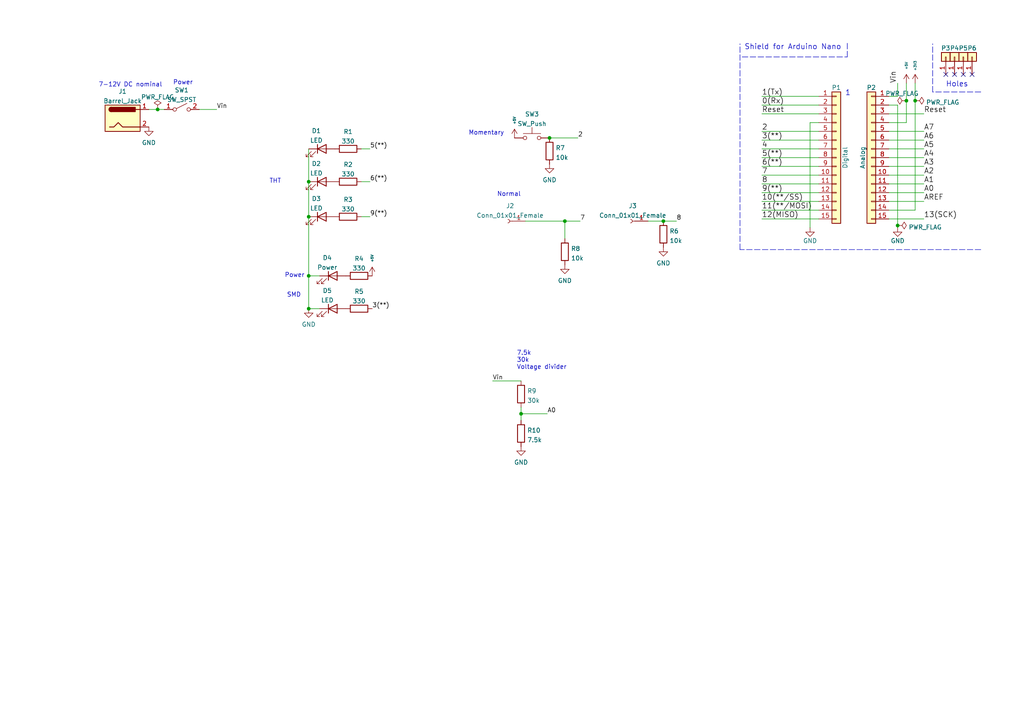
<source format=kicad_sch>
(kicad_sch (version 20211123) (generator eeschema)

  (uuid e63e39d7-6ac0-4ffd-8aa3-1841a4541b55)

  (paper "A4")

  (title_block
    (date "jeu. 02 avril 2015")
  )

  (lib_symbols
    (symbol "Connector:Barrel_Jack" (pin_names (offset 1.016)) (in_bom yes) (on_board yes)
      (property "Reference" "J" (id 0) (at 0 5.334 0)
        (effects (font (size 1.27 1.27)))
      )
      (property "Value" "Barrel_Jack" (id 1) (at 0 -5.08 0)
        (effects (font (size 1.27 1.27)))
      )
      (property "Footprint" "" (id 2) (at 1.27 -1.016 0)
        (effects (font (size 1.27 1.27)) hide)
      )
      (property "Datasheet" "~" (id 3) (at 1.27 -1.016 0)
        (effects (font (size 1.27 1.27)) hide)
      )
      (property "ki_keywords" "DC power barrel jack connector" (id 4) (at 0 0 0)
        (effects (font (size 1.27 1.27)) hide)
      )
      (property "ki_description" "DC Barrel Jack" (id 5) (at 0 0 0)
        (effects (font (size 1.27 1.27)) hide)
      )
      (property "ki_fp_filters" "BarrelJack*" (id 6) (at 0 0 0)
        (effects (font (size 1.27 1.27)) hide)
      )
      (symbol "Barrel_Jack_0_1"
        (rectangle (start -5.08 3.81) (end 5.08 -3.81)
          (stroke (width 0.254) (type default) (color 0 0 0 0))
          (fill (type background))
        )
        (arc (start -3.302 3.175) (mid -3.937 2.54) (end -3.302 1.905)
          (stroke (width 0.254) (type default) (color 0 0 0 0))
          (fill (type none))
        )
        (arc (start -3.302 3.175) (mid -3.937 2.54) (end -3.302 1.905)
          (stroke (width 0.254) (type default) (color 0 0 0 0))
          (fill (type outline))
        )
        (polyline
          (pts
            (xy 5.08 2.54)
            (xy 3.81 2.54)
          )
          (stroke (width 0.254) (type default) (color 0 0 0 0))
          (fill (type none))
        )
        (polyline
          (pts
            (xy -3.81 -2.54)
            (xy -2.54 -2.54)
            (xy -1.27 -1.27)
            (xy 0 -2.54)
            (xy 2.54 -2.54)
            (xy 5.08 -2.54)
          )
          (stroke (width 0.254) (type default) (color 0 0 0 0))
          (fill (type none))
        )
        (rectangle (start 3.683 3.175) (end -3.302 1.905)
          (stroke (width 0.254) (type default) (color 0 0 0 0))
          (fill (type outline))
        )
      )
      (symbol "Barrel_Jack_1_1"
        (pin passive line (at 7.62 2.54 180) (length 2.54)
          (name "~" (effects (font (size 1.27 1.27))))
          (number "1" (effects (font (size 1.27 1.27))))
        )
        (pin passive line (at 7.62 -2.54 180) (length 2.54)
          (name "~" (effects (font (size 1.27 1.27))))
          (number "2" (effects (font (size 1.27 1.27))))
        )
      )
    )
    (symbol "Connector:Conn_01x01_Female" (pin_names (offset 1.016) hide) (in_bom yes) (on_board yes)
      (property "Reference" "J" (id 0) (at 0 2.54 0)
        (effects (font (size 1.27 1.27)))
      )
      (property "Value" "Conn_01x01_Female" (id 1) (at 0 -2.54 0)
        (effects (font (size 1.27 1.27)))
      )
      (property "Footprint" "" (id 2) (at 0 0 0)
        (effects (font (size 1.27 1.27)) hide)
      )
      (property "Datasheet" "~" (id 3) (at 0 0 0)
        (effects (font (size 1.27 1.27)) hide)
      )
      (property "ki_keywords" "connector" (id 4) (at 0 0 0)
        (effects (font (size 1.27 1.27)) hide)
      )
      (property "ki_description" "Generic connector, single row, 01x01, script generated (kicad-library-utils/schlib/autogen/connector/)" (id 5) (at 0 0 0)
        (effects (font (size 1.27 1.27)) hide)
      )
      (property "ki_fp_filters" "Connector*:*" (id 6) (at 0 0 0)
        (effects (font (size 1.27 1.27)) hide)
      )
      (symbol "Conn_01x01_Female_1_1"
        (polyline
          (pts
            (xy -1.27 0)
            (xy -0.508 0)
          )
          (stroke (width 0.1524) (type default) (color 0 0 0 0))
          (fill (type none))
        )
        (arc (start 0 0.508) (mid -0.508 0) (end 0 -0.508)
          (stroke (width 0.1524) (type default) (color 0 0 0 0))
          (fill (type none))
        )
        (pin passive line (at -5.08 0 0) (length 3.81)
          (name "Pin_1" (effects (font (size 1.27 1.27))))
          (number "1" (effects (font (size 1.27 1.27))))
        )
      )
    )
    (symbol "Connector_Generic:Conn_01x01" (pin_names (offset 1.016) hide) (in_bom yes) (on_board yes)
      (property "Reference" "J" (id 0) (at 0 2.54 0)
        (effects (font (size 1.27 1.27)))
      )
      (property "Value" "Conn_01x01" (id 1) (at 0 -2.54 0)
        (effects (font (size 1.27 1.27)))
      )
      (property "Footprint" "" (id 2) (at 0 0 0)
        (effects (font (size 1.27 1.27)) hide)
      )
      (property "Datasheet" "~" (id 3) (at 0 0 0)
        (effects (font (size 1.27 1.27)) hide)
      )
      (property "ki_keywords" "connector" (id 4) (at 0 0 0)
        (effects (font (size 1.27 1.27)) hide)
      )
      (property "ki_description" "Generic connector, single row, 01x01, script generated (kicad-library-utils/schlib/autogen/connector/)" (id 5) (at 0 0 0)
        (effects (font (size 1.27 1.27)) hide)
      )
      (property "ki_fp_filters" "Connector*:*_1x??_*" (id 6) (at 0 0 0)
        (effects (font (size 1.27 1.27)) hide)
      )
      (symbol "Conn_01x01_1_1"
        (rectangle (start -1.27 0.127) (end 0 -0.127)
          (stroke (width 0.1524) (type default) (color 0 0 0 0))
          (fill (type none))
        )
        (rectangle (start -1.27 1.27) (end 1.27 -1.27)
          (stroke (width 0.254) (type default) (color 0 0 0 0))
          (fill (type background))
        )
        (pin passive line (at -5.08 0 0) (length 3.81)
          (name "Pin_1" (effects (font (size 1.27 1.27))))
          (number "1" (effects (font (size 1.27 1.27))))
        )
      )
    )
    (symbol "Connector_Generic:Conn_01x15" (pin_names (offset 1.016) hide) (in_bom yes) (on_board yes)
      (property "Reference" "J" (id 0) (at 0 20.32 0)
        (effects (font (size 1.27 1.27)))
      )
      (property "Value" "Conn_01x15" (id 1) (at 0 -20.32 0)
        (effects (font (size 1.27 1.27)))
      )
      (property "Footprint" "" (id 2) (at 0 0 0)
        (effects (font (size 1.27 1.27)) hide)
      )
      (property "Datasheet" "~" (id 3) (at 0 0 0)
        (effects (font (size 1.27 1.27)) hide)
      )
      (property "ki_keywords" "connector" (id 4) (at 0 0 0)
        (effects (font (size 1.27 1.27)) hide)
      )
      (property "ki_description" "Generic connector, single row, 01x15, script generated (kicad-library-utils/schlib/autogen/connector/)" (id 5) (at 0 0 0)
        (effects (font (size 1.27 1.27)) hide)
      )
      (property "ki_fp_filters" "Connector*:*_1x??_*" (id 6) (at 0 0 0)
        (effects (font (size 1.27 1.27)) hide)
      )
      (symbol "Conn_01x15_1_1"
        (rectangle (start -1.27 -17.653) (end 0 -17.907)
          (stroke (width 0.1524) (type default) (color 0 0 0 0))
          (fill (type none))
        )
        (rectangle (start -1.27 -15.113) (end 0 -15.367)
          (stroke (width 0.1524) (type default) (color 0 0 0 0))
          (fill (type none))
        )
        (rectangle (start -1.27 -12.573) (end 0 -12.827)
          (stroke (width 0.1524) (type default) (color 0 0 0 0))
          (fill (type none))
        )
        (rectangle (start -1.27 -10.033) (end 0 -10.287)
          (stroke (width 0.1524) (type default) (color 0 0 0 0))
          (fill (type none))
        )
        (rectangle (start -1.27 -7.493) (end 0 -7.747)
          (stroke (width 0.1524) (type default) (color 0 0 0 0))
          (fill (type none))
        )
        (rectangle (start -1.27 -4.953) (end 0 -5.207)
          (stroke (width 0.1524) (type default) (color 0 0 0 0))
          (fill (type none))
        )
        (rectangle (start -1.27 -2.413) (end 0 -2.667)
          (stroke (width 0.1524) (type default) (color 0 0 0 0))
          (fill (type none))
        )
        (rectangle (start -1.27 0.127) (end 0 -0.127)
          (stroke (width 0.1524) (type default) (color 0 0 0 0))
          (fill (type none))
        )
        (rectangle (start -1.27 2.667) (end 0 2.413)
          (stroke (width 0.1524) (type default) (color 0 0 0 0))
          (fill (type none))
        )
        (rectangle (start -1.27 5.207) (end 0 4.953)
          (stroke (width 0.1524) (type default) (color 0 0 0 0))
          (fill (type none))
        )
        (rectangle (start -1.27 7.747) (end 0 7.493)
          (stroke (width 0.1524) (type default) (color 0 0 0 0))
          (fill (type none))
        )
        (rectangle (start -1.27 10.287) (end 0 10.033)
          (stroke (width 0.1524) (type default) (color 0 0 0 0))
          (fill (type none))
        )
        (rectangle (start -1.27 12.827) (end 0 12.573)
          (stroke (width 0.1524) (type default) (color 0 0 0 0))
          (fill (type none))
        )
        (rectangle (start -1.27 15.367) (end 0 15.113)
          (stroke (width 0.1524) (type default) (color 0 0 0 0))
          (fill (type none))
        )
        (rectangle (start -1.27 17.907) (end 0 17.653)
          (stroke (width 0.1524) (type default) (color 0 0 0 0))
          (fill (type none))
        )
        (rectangle (start -1.27 19.05) (end 1.27 -19.05)
          (stroke (width 0.254) (type default) (color 0 0 0 0))
          (fill (type background))
        )
        (pin passive line (at -5.08 17.78 0) (length 3.81)
          (name "Pin_1" (effects (font (size 1.27 1.27))))
          (number "1" (effects (font (size 1.27 1.27))))
        )
        (pin passive line (at -5.08 -5.08 0) (length 3.81)
          (name "Pin_10" (effects (font (size 1.27 1.27))))
          (number "10" (effects (font (size 1.27 1.27))))
        )
        (pin passive line (at -5.08 -7.62 0) (length 3.81)
          (name "Pin_11" (effects (font (size 1.27 1.27))))
          (number "11" (effects (font (size 1.27 1.27))))
        )
        (pin passive line (at -5.08 -10.16 0) (length 3.81)
          (name "Pin_12" (effects (font (size 1.27 1.27))))
          (number "12" (effects (font (size 1.27 1.27))))
        )
        (pin passive line (at -5.08 -12.7 0) (length 3.81)
          (name "Pin_13" (effects (font (size 1.27 1.27))))
          (number "13" (effects (font (size 1.27 1.27))))
        )
        (pin passive line (at -5.08 -15.24 0) (length 3.81)
          (name "Pin_14" (effects (font (size 1.27 1.27))))
          (number "14" (effects (font (size 1.27 1.27))))
        )
        (pin passive line (at -5.08 -17.78 0) (length 3.81)
          (name "Pin_15" (effects (font (size 1.27 1.27))))
          (number "15" (effects (font (size 1.27 1.27))))
        )
        (pin passive line (at -5.08 15.24 0) (length 3.81)
          (name "Pin_2" (effects (font (size 1.27 1.27))))
          (number "2" (effects (font (size 1.27 1.27))))
        )
        (pin passive line (at -5.08 12.7 0) (length 3.81)
          (name "Pin_3" (effects (font (size 1.27 1.27))))
          (number "3" (effects (font (size 1.27 1.27))))
        )
        (pin passive line (at -5.08 10.16 0) (length 3.81)
          (name "Pin_4" (effects (font (size 1.27 1.27))))
          (number "4" (effects (font (size 1.27 1.27))))
        )
        (pin passive line (at -5.08 7.62 0) (length 3.81)
          (name "Pin_5" (effects (font (size 1.27 1.27))))
          (number "5" (effects (font (size 1.27 1.27))))
        )
        (pin passive line (at -5.08 5.08 0) (length 3.81)
          (name "Pin_6" (effects (font (size 1.27 1.27))))
          (number "6" (effects (font (size 1.27 1.27))))
        )
        (pin passive line (at -5.08 2.54 0) (length 3.81)
          (name "Pin_7" (effects (font (size 1.27 1.27))))
          (number "7" (effects (font (size 1.27 1.27))))
        )
        (pin passive line (at -5.08 0 0) (length 3.81)
          (name "Pin_8" (effects (font (size 1.27 1.27))))
          (number "8" (effects (font (size 1.27 1.27))))
        )
        (pin passive line (at -5.08 -2.54 0) (length 3.81)
          (name "Pin_9" (effects (font (size 1.27 1.27))))
          (number "9" (effects (font (size 1.27 1.27))))
        )
      )
    )
    (symbol "Device:LED" (pin_numbers hide) (pin_names (offset 1.016) hide) (in_bom yes) (on_board yes)
      (property "Reference" "D" (id 0) (at 0 2.54 0)
        (effects (font (size 1.27 1.27)))
      )
      (property "Value" "LED" (id 1) (at 0 -2.54 0)
        (effects (font (size 1.27 1.27)))
      )
      (property "Footprint" "" (id 2) (at 0 0 0)
        (effects (font (size 1.27 1.27)) hide)
      )
      (property "Datasheet" "~" (id 3) (at 0 0 0)
        (effects (font (size 1.27 1.27)) hide)
      )
      (property "ki_keywords" "LED diode" (id 4) (at 0 0 0)
        (effects (font (size 1.27 1.27)) hide)
      )
      (property "ki_description" "Light emitting diode" (id 5) (at 0 0 0)
        (effects (font (size 1.27 1.27)) hide)
      )
      (property "ki_fp_filters" "LED* LED_SMD:* LED_THT:*" (id 6) (at 0 0 0)
        (effects (font (size 1.27 1.27)) hide)
      )
      (symbol "LED_0_1"
        (polyline
          (pts
            (xy -1.27 -1.27)
            (xy -1.27 1.27)
          )
          (stroke (width 0.254) (type default) (color 0 0 0 0))
          (fill (type none))
        )
        (polyline
          (pts
            (xy -1.27 0)
            (xy 1.27 0)
          )
          (stroke (width 0) (type default) (color 0 0 0 0))
          (fill (type none))
        )
        (polyline
          (pts
            (xy 1.27 -1.27)
            (xy 1.27 1.27)
            (xy -1.27 0)
            (xy 1.27 -1.27)
          )
          (stroke (width 0.254) (type default) (color 0 0 0 0))
          (fill (type none))
        )
        (polyline
          (pts
            (xy -3.048 -0.762)
            (xy -4.572 -2.286)
            (xy -3.81 -2.286)
            (xy -4.572 -2.286)
            (xy -4.572 -1.524)
          )
          (stroke (width 0) (type default) (color 0 0 0 0))
          (fill (type none))
        )
        (polyline
          (pts
            (xy -1.778 -0.762)
            (xy -3.302 -2.286)
            (xy -2.54 -2.286)
            (xy -3.302 -2.286)
            (xy -3.302 -1.524)
          )
          (stroke (width 0) (type default) (color 0 0 0 0))
          (fill (type none))
        )
      )
      (symbol "LED_1_1"
        (pin passive line (at -3.81 0 0) (length 2.54)
          (name "K" (effects (font (size 1.27 1.27))))
          (number "1" (effects (font (size 1.27 1.27))))
        )
        (pin passive line (at 3.81 0 180) (length 2.54)
          (name "A" (effects (font (size 1.27 1.27))))
          (number "2" (effects (font (size 1.27 1.27))))
        )
      )
    )
    (symbol "Device:R" (pin_numbers hide) (pin_names (offset 0)) (in_bom yes) (on_board yes)
      (property "Reference" "R" (id 0) (at 2.032 0 90)
        (effects (font (size 1.27 1.27)))
      )
      (property "Value" "R" (id 1) (at 0 0 90)
        (effects (font (size 1.27 1.27)))
      )
      (property "Footprint" "" (id 2) (at -1.778 0 90)
        (effects (font (size 1.27 1.27)) hide)
      )
      (property "Datasheet" "~" (id 3) (at 0 0 0)
        (effects (font (size 1.27 1.27)) hide)
      )
      (property "ki_keywords" "R res resistor" (id 4) (at 0 0 0)
        (effects (font (size 1.27 1.27)) hide)
      )
      (property "ki_description" "Resistor" (id 5) (at 0 0 0)
        (effects (font (size 1.27 1.27)) hide)
      )
      (property "ki_fp_filters" "R_*" (id 6) (at 0 0 0)
        (effects (font (size 1.27 1.27)) hide)
      )
      (symbol "R_0_1"
        (rectangle (start -1.016 -2.54) (end 1.016 2.54)
          (stroke (width 0.254) (type default) (color 0 0 0 0))
          (fill (type none))
        )
      )
      (symbol "R_1_1"
        (pin passive line (at 0 3.81 270) (length 1.27)
          (name "~" (effects (font (size 1.27 1.27))))
          (number "1" (effects (font (size 1.27 1.27))))
        )
        (pin passive line (at 0 -3.81 90) (length 1.27)
          (name "~" (effects (font (size 1.27 1.27))))
          (number "2" (effects (font (size 1.27 1.27))))
        )
      )
    )
    (symbol "Switch:SW_Push" (pin_numbers hide) (pin_names (offset 1.016) hide) (in_bom yes) (on_board yes)
      (property "Reference" "SW" (id 0) (at 1.27 2.54 0)
        (effects (font (size 1.27 1.27)) (justify left))
      )
      (property "Value" "SW_Push" (id 1) (at 0 -1.524 0)
        (effects (font (size 1.27 1.27)))
      )
      (property "Footprint" "" (id 2) (at 0 5.08 0)
        (effects (font (size 1.27 1.27)) hide)
      )
      (property "Datasheet" "~" (id 3) (at 0 5.08 0)
        (effects (font (size 1.27 1.27)) hide)
      )
      (property "ki_keywords" "switch normally-open pushbutton push-button" (id 4) (at 0 0 0)
        (effects (font (size 1.27 1.27)) hide)
      )
      (property "ki_description" "Push button switch, generic, two pins" (id 5) (at 0 0 0)
        (effects (font (size 1.27 1.27)) hide)
      )
      (symbol "SW_Push_0_1"
        (circle (center -2.032 0) (radius 0.508)
          (stroke (width 0) (type default) (color 0 0 0 0))
          (fill (type none))
        )
        (polyline
          (pts
            (xy 0 1.27)
            (xy 0 3.048)
          )
          (stroke (width 0) (type default) (color 0 0 0 0))
          (fill (type none))
        )
        (polyline
          (pts
            (xy 2.54 1.27)
            (xy -2.54 1.27)
          )
          (stroke (width 0) (type default) (color 0 0 0 0))
          (fill (type none))
        )
        (circle (center 2.032 0) (radius 0.508)
          (stroke (width 0) (type default) (color 0 0 0 0))
          (fill (type none))
        )
        (pin passive line (at -5.08 0 0) (length 2.54)
          (name "1" (effects (font (size 1.27 1.27))))
          (number "1" (effects (font (size 1.27 1.27))))
        )
        (pin passive line (at 5.08 0 180) (length 2.54)
          (name "2" (effects (font (size 1.27 1.27))))
          (number "2" (effects (font (size 1.27 1.27))))
        )
      )
    )
    (symbol "Switch:SW_SPST" (pin_names (offset 0) hide) (in_bom yes) (on_board yes)
      (property "Reference" "SW" (id 0) (at 0 3.175 0)
        (effects (font (size 1.27 1.27)))
      )
      (property "Value" "SW_SPST" (id 1) (at 0 -2.54 0)
        (effects (font (size 1.27 1.27)))
      )
      (property "Footprint" "" (id 2) (at 0 0 0)
        (effects (font (size 1.27 1.27)) hide)
      )
      (property "Datasheet" "~" (id 3) (at 0 0 0)
        (effects (font (size 1.27 1.27)) hide)
      )
      (property "ki_keywords" "switch lever" (id 4) (at 0 0 0)
        (effects (font (size 1.27 1.27)) hide)
      )
      (property "ki_description" "Single Pole Single Throw (SPST) switch" (id 5) (at 0 0 0)
        (effects (font (size 1.27 1.27)) hide)
      )
      (symbol "SW_SPST_0_0"
        (circle (center -2.032 0) (radius 0.508)
          (stroke (width 0) (type default) (color 0 0 0 0))
          (fill (type none))
        )
        (polyline
          (pts
            (xy -1.524 0.254)
            (xy 1.524 1.778)
          )
          (stroke (width 0) (type default) (color 0 0 0 0))
          (fill (type none))
        )
        (circle (center 2.032 0) (radius 0.508)
          (stroke (width 0) (type default) (color 0 0 0 0))
          (fill (type none))
        )
      )
      (symbol "SW_SPST_1_1"
        (pin passive line (at -5.08 0 0) (length 2.54)
          (name "A" (effects (font (size 1.27 1.27))))
          (number "1" (effects (font (size 1.27 1.27))))
        )
        (pin passive line (at 5.08 0 180) (length 2.54)
          (name "B" (effects (font (size 1.27 1.27))))
          (number "2" (effects (font (size 1.27 1.27))))
        )
      )
    )
    (symbol "power:+3V3" (power) (pin_names (offset 0)) (in_bom yes) (on_board yes)
      (property "Reference" "#PWR" (id 0) (at 0 -3.81 0)
        (effects (font (size 1.27 1.27)) hide)
      )
      (property "Value" "+3V3" (id 1) (at 0 3.556 0)
        (effects (font (size 1.27 1.27)))
      )
      (property "Footprint" "" (id 2) (at 0 0 0)
        (effects (font (size 1.27 1.27)) hide)
      )
      (property "Datasheet" "" (id 3) (at 0 0 0)
        (effects (font (size 1.27 1.27)) hide)
      )
      (property "ki_keywords" "power-flag" (id 4) (at 0 0 0)
        (effects (font (size 1.27 1.27)) hide)
      )
      (property "ki_description" "Power symbol creates a global label with name \"+3V3\"" (id 5) (at 0 0 0)
        (effects (font (size 1.27 1.27)) hide)
      )
      (symbol "+3V3_0_1"
        (polyline
          (pts
            (xy -0.762 1.27)
            (xy 0 2.54)
          )
          (stroke (width 0) (type default) (color 0 0 0 0))
          (fill (type none))
        )
        (polyline
          (pts
            (xy 0 0)
            (xy 0 2.54)
          )
          (stroke (width 0) (type default) (color 0 0 0 0))
          (fill (type none))
        )
        (polyline
          (pts
            (xy 0 2.54)
            (xy 0.762 1.27)
          )
          (stroke (width 0) (type default) (color 0 0 0 0))
          (fill (type none))
        )
      )
      (symbol "+3V3_1_1"
        (pin power_in line (at 0 0 90) (length 0) hide
          (name "+3V3" (effects (font (size 1.27 1.27))))
          (number "1" (effects (font (size 1.27 1.27))))
        )
      )
    )
    (symbol "power:+5V" (power) (pin_names (offset 0)) (in_bom yes) (on_board yes)
      (property "Reference" "#PWR" (id 0) (at 0 -3.81 0)
        (effects (font (size 1.27 1.27)) hide)
      )
      (property "Value" "+5V" (id 1) (at 0 3.556 0)
        (effects (font (size 1.27 1.27)))
      )
      (property "Footprint" "" (id 2) (at 0 0 0)
        (effects (font (size 1.27 1.27)) hide)
      )
      (property "Datasheet" "" (id 3) (at 0 0 0)
        (effects (font (size 1.27 1.27)) hide)
      )
      (property "ki_keywords" "power-flag" (id 4) (at 0 0 0)
        (effects (font (size 1.27 1.27)) hide)
      )
      (property "ki_description" "Power symbol creates a global label with name \"+5V\"" (id 5) (at 0 0 0)
        (effects (font (size 1.27 1.27)) hide)
      )
      (symbol "+5V_0_1"
        (polyline
          (pts
            (xy -0.762 1.27)
            (xy 0 2.54)
          )
          (stroke (width 0) (type default) (color 0 0 0 0))
          (fill (type none))
        )
        (polyline
          (pts
            (xy 0 0)
            (xy 0 2.54)
          )
          (stroke (width 0) (type default) (color 0 0 0 0))
          (fill (type none))
        )
        (polyline
          (pts
            (xy 0 2.54)
            (xy 0.762 1.27)
          )
          (stroke (width 0) (type default) (color 0 0 0 0))
          (fill (type none))
        )
      )
      (symbol "+5V_1_1"
        (pin power_in line (at 0 0 90) (length 0) hide
          (name "+5V" (effects (font (size 1.27 1.27))))
          (number "1" (effects (font (size 1.27 1.27))))
        )
      )
    )
    (symbol "power:GND" (power) (pin_names (offset 0)) (in_bom yes) (on_board yes)
      (property "Reference" "#PWR" (id 0) (at 0 -6.35 0)
        (effects (font (size 1.27 1.27)) hide)
      )
      (property "Value" "GND" (id 1) (at 0 -3.81 0)
        (effects (font (size 1.27 1.27)))
      )
      (property "Footprint" "" (id 2) (at 0 0 0)
        (effects (font (size 1.27 1.27)) hide)
      )
      (property "Datasheet" "" (id 3) (at 0 0 0)
        (effects (font (size 1.27 1.27)) hide)
      )
      (property "ki_keywords" "power-flag" (id 4) (at 0 0 0)
        (effects (font (size 1.27 1.27)) hide)
      )
      (property "ki_description" "Power symbol creates a global label with name \"GND\" , ground" (id 5) (at 0 0 0)
        (effects (font (size 1.27 1.27)) hide)
      )
      (symbol "GND_0_1"
        (polyline
          (pts
            (xy 0 0)
            (xy 0 -1.27)
            (xy 1.27 -1.27)
            (xy 0 -2.54)
            (xy -1.27 -1.27)
            (xy 0 -1.27)
          )
          (stroke (width 0) (type default) (color 0 0 0 0))
          (fill (type none))
        )
      )
      (symbol "GND_1_1"
        (pin power_in line (at 0 0 270) (length 0) hide
          (name "GND" (effects (font (size 1.27 1.27))))
          (number "1" (effects (font (size 1.27 1.27))))
        )
      )
    )
    (symbol "power:PWR_FLAG" (power) (pin_numbers hide) (pin_names (offset 0) hide) (in_bom yes) (on_board yes)
      (property "Reference" "#FLG" (id 0) (at 0 1.905 0)
        (effects (font (size 1.27 1.27)) hide)
      )
      (property "Value" "PWR_FLAG" (id 1) (at 0 3.81 0)
        (effects (font (size 1.27 1.27)))
      )
      (property "Footprint" "" (id 2) (at 0 0 0)
        (effects (font (size 1.27 1.27)) hide)
      )
      (property "Datasheet" "~" (id 3) (at 0 0 0)
        (effects (font (size 1.27 1.27)) hide)
      )
      (property "ki_keywords" "power-flag" (id 4) (at 0 0 0)
        (effects (font (size 1.27 1.27)) hide)
      )
      (property "ki_description" "Special symbol for telling ERC where power comes from" (id 5) (at 0 0 0)
        (effects (font (size 1.27 1.27)) hide)
      )
      (symbol "PWR_FLAG_0_0"
        (pin power_out line (at 0 0 90) (length 0)
          (name "pwr" (effects (font (size 1.27 1.27))))
          (number "1" (effects (font (size 1.27 1.27))))
        )
      )
      (symbol "PWR_FLAG_0_1"
        (polyline
          (pts
            (xy 0 0)
            (xy 0 1.27)
            (xy -1.016 1.905)
            (xy 0 2.54)
            (xy 1.016 1.905)
            (xy 0 1.27)
          )
          (stroke (width 0) (type default) (color 0 0 0 0))
          (fill (type none))
        )
      )
    )
  )

  (junction (at 159.385 40.005) (diameter 0) (color 0 0 0 0)
    (uuid 08d10f6f-7ff3-443e-929a-12f792dfcf61)
  )
  (junction (at 89.535 80.01) (diameter 0) (color 0 0 0 0)
    (uuid 2874671b-9b13-4539-85de-ed3980001463)
  )
  (junction (at 89.535 52.705) (diameter 0) (color 0 0 0 0)
    (uuid 33c095df-f6b4-47e4-ab69-c8a6c684acc0)
  )
  (junction (at 45.72 31.75) (diameter 0) (color 0 0 0 0)
    (uuid 400802a8-431b-4264-a230-60a0793b94b0)
  )
  (junction (at 265.43 29.21) (diameter 0) (color 0 0 0 0)
    (uuid 586f9fe4-3255-40bc-b909-9c1d5a2c87e5)
  )
  (junction (at 262.89 29.21) (diameter 0) (color 0 0 0 0)
    (uuid 5b022577-408d-4f5b-b625-96388b394a18)
  )
  (junction (at 89.535 62.865) (diameter 0) (color 0 0 0 0)
    (uuid 6709b909-3878-4720-9069-84f6baa085e2)
  )
  (junction (at 163.83 64.135) (diameter 0) (color 0 0 0 0)
    (uuid 8ded3bca-e82f-415b-99b9-ee5c5e14530a)
  )
  (junction (at 260.35 65.405) (diameter 0) (color 0 0 0 0)
    (uuid 9f6cbe84-5c1c-44e2-8aff-8e767d8d56f5)
  )
  (junction (at 89.535 89.535) (diameter 0) (color 0 0 0 0)
    (uuid d03298d9-aab5-4505-924d-c42416de27f8)
  )
  (junction (at 151.13 120.015) (diameter 0) (color 0 0 0 0)
    (uuid e73a4429-622b-479c-bd5a-25fb6af0fb51)
  )
  (junction (at 192.405 64.135) (diameter 0) (color 0 0 0 0)
    (uuid ec79c142-f6f5-4cfc-abe2-05f36932eb82)
  )

  (no_connect (at 276.86 21.59) (uuid 17afebff-548b-449c-8e86-96e0ff442e98))
  (no_connect (at 281.94 21.59) (uuid 24cadf25-b91b-4744-b014-076a8050a07f))
  (no_connect (at 274.32 21.59) (uuid 5b5b3452-6965-4e61-8f8c-cb86bf0c3023))
  (no_connect (at 279.4 21.59) (uuid dda46473-9a8a-4b16-ae5c-1393955d4fdc))

  (wire (pts (xy 187.96 64.135) (xy 192.405 64.135))
    (stroke (width 0) (type default) (color 0 0 0 0))
    (uuid 0831a71f-aa8f-49e8-9dc5-33d81cb32912)
  )
  (wire (pts (xy 151.13 120.015) (xy 158.75 120.015))
    (stroke (width 0) (type default) (color 0 0 0 0))
    (uuid 09663ef5-0401-424d-86c9-e2ec52934795)
  )
  (wire (pts (xy 265.43 24.13) (xy 265.43 29.21))
    (stroke (width 0) (type solid) (color 0 0 0 0))
    (uuid 0c207365-94a1-4b4b-aa92-324ae699f6a4)
  )
  (wire (pts (xy 267.97 58.42) (xy 257.81 58.42))
    (stroke (width 0) (type solid) (color 0 0 0 0))
    (uuid 0db7898a-5c9a-4925-bc0e-5324e9bb4fde)
  )
  (wire (pts (xy 220.98 30.48) (xy 237.49 30.48))
    (stroke (width 0) (type solid) (color 0 0 0 0))
    (uuid 0f3ffa68-45d4-4b46-aaac-df27ac123b38)
  )
  (wire (pts (xy 267.97 50.8) (xy 257.81 50.8))
    (stroke (width 0) (type solid) (color 0 0 0 0))
    (uuid 1d7d2172-3eb0-4ed4-87b2-1739cef6378b)
  )
  (wire (pts (xy 260.35 27.94) (xy 260.35 24.13))
    (stroke (width 0) (type solid) (color 0 0 0 0))
    (uuid 1edcc02b-99f0-44f2-a399-d38c78885523)
  )
  (wire (pts (xy 220.98 43.18) (xy 237.49 43.18))
    (stroke (width 0) (type solid) (color 0 0 0 0))
    (uuid 1ef679a6-7e58-4c2b-bcfa-65213eac0c02)
  )
  (wire (pts (xy 220.98 38.1) (xy 237.49 38.1))
    (stroke (width 0) (type solid) (color 0 0 0 0))
    (uuid 266ba680-7106-409b-a23a-f434f1df5115)
  )
  (wire (pts (xy 237.49 33.02) (xy 220.98 33.02))
    (stroke (width 0) (type solid) (color 0 0 0 0))
    (uuid 3112fef5-dfc6-4f67-85e5-f0735b3ce50f)
  )
  (polyline (pts (xy 245.745 16.51) (xy 245.745 12.065))
    (stroke (width 0) (type dash) (color 0 0 0 0))
    (uuid 3bd35cb1-be2b-43ee-a2ed-c9dcd745ccb0)
  )

  (wire (pts (xy 237.49 45.72) (xy 220.98 45.72))
    (stroke (width 0) (type solid) (color 0 0 0 0))
    (uuid 3cc1053a-2041-4b72-a439-77c9e1cd7e59)
  )
  (wire (pts (xy 257.81 27.94) (xy 260.35 27.94))
    (stroke (width 0) (type solid) (color 0 0 0 0))
    (uuid 3fb66b54-48e1-4515-b209-d870fcccac5e)
  )
  (wire (pts (xy 262.89 35.56) (xy 257.81 35.56))
    (stroke (width 0) (type solid) (color 0 0 0 0))
    (uuid 41951de7-70e6-4c09-a286-ab702c4a68bc)
  )
  (wire (pts (xy 104.775 62.865) (xy 107.315 62.865))
    (stroke (width 0) (type default) (color 0 0 0 0))
    (uuid 429da3be-b6ac-44eb-9923-8a6b5c2cee6c)
  )
  (wire (pts (xy 152.4 64.135) (xy 163.83 64.135))
    (stroke (width 0) (type default) (color 0 0 0 0))
    (uuid 43ad7185-20fb-4649-9c7a-4826efade9b6)
  )
  (polyline (pts (xy 284.48 26.67) (xy 270.51 26.67))
    (stroke (width 0) (type dash) (color 0 0 0 0))
    (uuid 48a3726a-67f0-482c-9b9b-88fa8ef856d6)
  )

  (wire (pts (xy 257.81 63.5) (xy 267.97 63.5))
    (stroke (width 0) (type solid) (color 0 0 0 0))
    (uuid 4def6182-417b-4999-b7c0-3d1f39b157cf)
  )
  (wire (pts (xy 237.49 60.96) (xy 220.98 60.96))
    (stroke (width 0) (type solid) (color 0 0 0 0))
    (uuid 4e568598-cb81-4958-a77e-88ac8893b36a)
  )
  (wire (pts (xy 163.83 64.135) (xy 163.83 69.215))
    (stroke (width 0) (type default) (color 0 0 0 0))
    (uuid 4e7f2b4d-7d1e-46c4-85c5-5648e6be415e)
  )
  (wire (pts (xy 267.97 48.26) (xy 257.81 48.26))
    (stroke (width 0) (type solid) (color 0 0 0 0))
    (uuid 4fc06f18-73c2-4b1d-aae2-0483d5939410)
  )
  (wire (pts (xy 267.97 40.64) (xy 257.81 40.64))
    (stroke (width 0) (type solid) (color 0 0 0 0))
    (uuid 51c49664-7849-4161-8411-ac23a8b6214f)
  )
  (wire (pts (xy 257.81 45.72) (xy 267.97 45.72))
    (stroke (width 0) (type solid) (color 0 0 0 0))
    (uuid 5227b3ac-ef6d-49f0-a783-2ef01c61e79b)
  )
  (wire (pts (xy 159.385 40.005) (xy 167.64 40.005))
    (stroke (width 0) (type default) (color 0 0 0 0))
    (uuid 52c16f5f-c9b5-4afa-a194-df8135bbe9f6)
  )
  (wire (pts (xy 237.49 50.8) (xy 220.98 50.8))
    (stroke (width 0) (type solid) (color 0 0 0 0))
    (uuid 59b9cbd5-f883-405b-8198-e8e8d8d466a3)
  )
  (wire (pts (xy 192.405 64.135) (xy 196.215 64.135))
    (stroke (width 0) (type default) (color 0 0 0 0))
    (uuid 5c3c7aca-e8a5-40f6-9323-9f425b15a92a)
  )
  (wire (pts (xy 89.535 43.18) (xy 89.535 52.705))
    (stroke (width 0) (type default) (color 0 0 0 0))
    (uuid 655c5547-c8cc-40a1-a22d-62873a2810c2)
  )
  (polyline (pts (xy 214.63 72.39) (xy 214.63 12.7))
    (stroke (width 0) (type dash) (color 0 0 0 0))
    (uuid 65b21baa-b188-4b41-a2d5-4802af53cfe4)
  )

  (wire (pts (xy 237.49 55.88) (xy 220.98 55.88))
    (stroke (width 0) (type solid) (color 0 0 0 0))
    (uuid 70de6a9e-60d5-4fdc-9829-e5047e558f4e)
  )
  (wire (pts (xy 260.35 66.04) (xy 260.35 65.405))
    (stroke (width 0) (type solid) (color 0 0 0 0))
    (uuid 72929945-072c-4fd1-8012-ceb1edfe3fb8)
  )
  (wire (pts (xy 220.98 58.42) (xy 237.49 58.42))
    (stroke (width 0) (type solid) (color 0 0 0 0))
    (uuid 73d48ac5-c3bb-4ea0-9bb1-dbcbffb1a9a6)
  )
  (wire (pts (xy 267.97 33.02) (xy 257.81 33.02))
    (stroke (width 0) (type solid) (color 0 0 0 0))
    (uuid 7ae7bfdd-8439-49bb-877a-dd3d88b73da4)
  )
  (wire (pts (xy 260.35 65.405) (xy 260.35 30.48))
    (stroke (width 0) (type solid) (color 0 0 0 0))
    (uuid 82905f40-831c-40e2-9113-1735b225f80f)
  )
  (wire (pts (xy 151.13 118.11) (xy 151.13 120.015))
    (stroke (width 0) (type default) (color 0 0 0 0))
    (uuid 84c3f182-3928-4aba-b739-e772d021b1bf)
  )
  (wire (pts (xy 89.535 52.705) (xy 89.535 62.865))
    (stroke (width 0) (type default) (color 0 0 0 0))
    (uuid 865eee83-d83d-4484-b20a-a710a6e2519a)
  )
  (wire (pts (xy 257.81 53.34) (xy 267.97 53.34))
    (stroke (width 0) (type solid) (color 0 0 0 0))
    (uuid 8f02ae73-30ce-4524-b4a6-1058702c66d3)
  )
  (wire (pts (xy 43.18 31.75) (xy 45.72 31.75))
    (stroke (width 0) (type default) (color 0 0 0 0))
    (uuid 966b4418-9d0a-41e4-a5c5-b34173052147)
  )
  (wire (pts (xy 260.35 30.48) (xy 257.81 30.48))
    (stroke (width 0) (type solid) (color 0 0 0 0))
    (uuid 970c7214-69ef-4ec2-8145-ab39c698ce91)
  )
  (wire (pts (xy 92.71 89.535) (xy 89.535 89.535))
    (stroke (width 0) (type default) (color 0 0 0 0))
    (uuid 974ba407-e081-469b-884b-be2432c9d357)
  )
  (wire (pts (xy 237.49 40.64) (xy 220.98 40.64))
    (stroke (width 0) (type solid) (color 0 0 0 0))
    (uuid 9777d934-75aa-4c77-8d1d-a1c62d4a95d9)
  )
  (wire (pts (xy 151.13 120.015) (xy 151.13 121.92))
    (stroke (width 0) (type default) (color 0 0 0 0))
    (uuid a26718c9-e4fe-4215-ad5d-b38820d1ae00)
  )
  (wire (pts (xy 104.775 52.705) (xy 107.315 52.705))
    (stroke (width 0) (type default) (color 0 0 0 0))
    (uuid a3d18b92-fd9b-4235-9c5c-761a2243a466)
  )
  (wire (pts (xy 262.89 29.21) (xy 262.89 35.56))
    (stroke (width 0) (type solid) (color 0 0 0 0))
    (uuid a55f1041-5f6f-49a8-ba9c-386bf38dc5c6)
  )
  (wire (pts (xy 92.71 80.01) (xy 89.535 80.01))
    (stroke (width 0) (type default) (color 0 0 0 0))
    (uuid a71a1161-cc96-4149-ac52-a0b84073cc17)
  )
  (wire (pts (xy 265.43 60.96) (xy 257.81 60.96))
    (stroke (width 0) (type solid) (color 0 0 0 0))
    (uuid a7fed2c3-3a82-4d49-9d9e-5d92b9e71654)
  )
  (wire (pts (xy 142.875 110.49) (xy 151.13 110.49))
    (stroke (width 0) (type default) (color 0 0 0 0))
    (uuid a8f15280-972a-4fc0-b685-81cadb2983b8)
  )
  (wire (pts (xy 267.97 43.18) (xy 257.81 43.18))
    (stroke (width 0) (type solid) (color 0 0 0 0))
    (uuid ac4a54a6-3917-44bb-8cff-4d6cf61a8850)
  )
  (wire (pts (xy 220.98 63.5) (xy 237.49 63.5))
    (stroke (width 0) (type solid) (color 0 0 0 0))
    (uuid ac674951-b41a-4ba9-b117-7bd368a32b03)
  )
  (wire (pts (xy 262.89 24.13) (xy 262.89 29.21))
    (stroke (width 0) (type solid) (color 0 0 0 0))
    (uuid ac76dc24-409f-4fb1-991b-bafda417f2df)
  )
  (wire (pts (xy 237.49 27.94) (xy 220.98 27.94))
    (stroke (width 0) (type solid) (color 0 0 0 0))
    (uuid b086eb5a-40d6-42c1-ac41-f5236c8b0069)
  )
  (wire (pts (xy 234.95 35.56) (xy 234.95 66.04))
    (stroke (width 0) (type solid) (color 0 0 0 0))
    (uuid b2cdd335-e78c-40d4-816d-94d4fa0594b2)
  )
  (polyline (pts (xy 215.265 16.51) (xy 245.745 16.51))
    (stroke (width 0) (type dash) (color 0 0 0 0))
    (uuid b8d4bd62-7ccd-40f5-9605-0e274215bb61)
  )

  (wire (pts (xy 104.775 43.18) (xy 107.315 43.18))
    (stroke (width 0) (type default) (color 0 0 0 0))
    (uuid c74bdebb-f03c-434a-bc36-cbc7961c75d0)
  )
  (wire (pts (xy 257.81 38.1) (xy 267.97 38.1))
    (stroke (width 0) (type solid) (color 0 0 0 0))
    (uuid c922024e-b3a1-4a58-b582-100bb6cd013a)
  )
  (wire (pts (xy 89.535 62.865) (xy 89.535 80.01))
    (stroke (width 0) (type default) (color 0 0 0 0))
    (uuid d39f074e-8f8c-4b3c-b31d-033d6fff8545)
  )
  (wire (pts (xy 220.98 48.26) (xy 237.49 48.26))
    (stroke (width 0) (type solid) (color 0 0 0 0))
    (uuid dcc85d1e-e51f-4af9-9e35-dbbe75602697)
  )
  (wire (pts (xy 163.83 64.135) (xy 168.275 64.135))
    (stroke (width 0) (type default) (color 0 0 0 0))
    (uuid dcf02cbc-2e19-4125-9276-ae63ee0928a8)
  )
  (wire (pts (xy 89.535 80.01) (xy 89.535 89.535))
    (stroke (width 0) (type default) (color 0 0 0 0))
    (uuid df89aa3b-be06-4f68-be0c-b9455323b306)
  )
  (wire (pts (xy 220.98 53.34) (xy 237.49 53.34))
    (stroke (width 0) (type solid) (color 0 0 0 0))
    (uuid e0c8a76a-4640-4848-8c5c-a5abb39ab200)
  )
  (polyline (pts (xy 284.48 72.39) (xy 214.63 72.39))
    (stroke (width 0) (type dash) (color 0 0 0 0))
    (uuid e579bd37-1b88-44ba-b3be-143c35a36eee)
  )

  (wire (pts (xy 237.49 35.56) (xy 234.95 35.56))
    (stroke (width 0) (type solid) (color 0 0 0 0))
    (uuid f18bcfd7-1cf7-4a5e-99a5-ec7b8b1426d8)
  )
  (wire (pts (xy 57.785 31.75) (xy 62.865 31.75))
    (stroke (width 0) (type default) (color 0 0 0 0))
    (uuid f243558e-3170-4707-9915-5d33cb055e6f)
  )
  (wire (pts (xy 45.72 31.75) (xy 47.625 31.75))
    (stroke (width 0) (type default) (color 0 0 0 0))
    (uuid f3865ccb-0201-4c71-b77b-660b4ea1bc80)
  )
  (wire (pts (xy 265.43 29.21) (xy 265.43 60.96))
    (stroke (width 0) (type solid) (color 0 0 0 0))
    (uuid f42645b4-6b82-4067-8c31-3169dcc70f59)
  )
  (polyline (pts (xy 270.51 26.67) (xy 270.51 12.7))
    (stroke (width 0) (type dash) (color 0 0 0 0))
    (uuid f68367b5-b857-43e1-be58-ff834b5f989b)
  )

  (wire (pts (xy 267.97 55.88) (xy 257.81 55.88))
    (stroke (width 0) (type solid) (color 0 0 0 0))
    (uuid fe04c62c-701d-402a-8e05-f67ec20e0d7a)
  )

  (text "Holes" (at 274.32 25.4 0)
    (effects (font (size 1.524 1.524)) (justify left bottom))
    (uuid 0d6ab679-17a5-4308-813b-b6c174343e5c)
  )
  (text "Shield for Arduino Nano" (at 215.9 14.605 0)
    (effects (font (size 1.524 1.524)) (justify left bottom))
    (uuid 2032b73d-fef2-4f8d-94eb-cae1e8da035d)
  )
  (text "SMD" (at 83.185 86.36 0)
    (effects (font (size 1.27 1.27)) (justify left bottom))
    (uuid 2473c29a-b1f7-4cfd-8686-489c76cdef98)
  )
  (text "1" (at 245.11 27.94 0)
    (effects (font (size 1.524 1.524)) (justify left bottom))
    (uuid 24cce0dd-7c29-4a29-8ec1-9b21c0396f86)
  )
  (text "Normal" (at 144.145 57.15 0)
    (effects (font (size 1.27 1.27)) (justify left bottom))
    (uuid 7ecdbeef-448d-4129-9e19-2c1aedb78b41)
  )
  (text "7.5k\n30k\nVoltage divider" (at 149.86 107.315 0)
    (effects (font (size 1.27 1.27)) (justify left bottom))
    (uuid 81f99afe-e559-40a6-aa2f-eb8dc6ec706d)
  )
  (text "7-12V DC nominal" (at 28.575 25.4 0)
    (effects (font (size 1.27 1.27)) (justify left bottom))
    (uuid 8826e7aa-18f6-4e5b-9c6b-665ff483839a)
  )
  (text "Power" (at 50.165 24.765 0)
    (effects (font (size 1.27 1.27)) (justify left bottom))
    (uuid 8f5adfa0-bfeb-4ebe-a2f0-41d326b7bbfc)
  )
  (text "Power" (at 82.55 80.645 0)
    (effects (font (size 1.27 1.27)) (justify left bottom))
    (uuid c0d03309-04fd-420b-a85e-466a0d22abb4)
  )
  (text "THT" (at 78.105 53.34 0)
    (effects (font (size 1.27 1.27)) (justify left bottom))
    (uuid ca671a60-6cc8-4bc6-99df-ef24391f09b3)
  )
  (text "Momentary" (at 135.89 39.37 0)
    (effects (font (size 1.27 1.27)) (justify left bottom))
    (uuid d9622c55-6e4b-4f9e-89a4-99bf8c3e191e)
  )

  (label "8" (at 220.98 53.34 0)
    (effects (font (size 1.524 1.524)) (justify left bottom))
    (uuid 002fe6e8-fdda-4fd9-8fa9-31cb5c21605b)
  )
  (label "A2" (at 267.97 50.8 0)
    (effects (font (size 1.524 1.524)) (justify left bottom))
    (uuid 084da0d0-d710-42e6-8f64-a306810ca88c)
  )
  (label "12(MISO)" (at 220.98 63.5 0)
    (effects (font (size 1.524 1.524)) (justify left bottom))
    (uuid 11a357d6-d809-4cab-83e3-1480a58f3351)
  )
  (label "A0" (at 158.75 120.015 0)
    (effects (font (size 1.27 1.27)) (justify left bottom))
    (uuid 140f0919-f65c-4c99-abb8-a46083bec7e0)
  )
  (label "0(Rx)" (at 220.98 30.48 0)
    (effects (font (size 1.524 1.524)) (justify left bottom))
    (uuid 1c6096a1-42b2-420a-bcd5-20c499695ce1)
  )
  (label "13(SCK)" (at 267.97 63.5 0)
    (effects (font (size 1.524 1.524)) (justify left bottom))
    (uuid 22c704c4-9a3d-46f4-bfc1-5cf22e1fb30f)
  )
  (label "2" (at 220.98 38.1 0)
    (effects (font (size 1.524 1.524)) (justify left bottom))
    (uuid 271863e8-97ee-48d5-af0d-ec04e4552a10)
  )
  (label "Reset" (at 267.97 33.02 0)
    (effects (font (size 1.524 1.524)) (justify left bottom))
    (uuid 2af7dfd0-928d-4049-9956-b72b50c8e056)
  )
  (label "A6" (at 267.97 40.64 0)
    (effects (font (size 1.524 1.524)) (justify left bottom))
    (uuid 34b54577-d164-4203-be11-f516e899f713)
  )
  (label "A0" (at 267.97 55.88 0)
    (effects (font (size 1.524 1.524)) (justify left bottom))
    (uuid 3979886c-0c82-4486-b4d3-ab5f28d32420)
  )
  (label "6(**)" (at 107.315 52.705 0)
    (effects (font (size 1.27 1.27)) (justify left bottom))
    (uuid 3e5de997-8286-4375-8675-e319e0f2c8ff)
  )
  (label "A1" (at 267.97 53.34 0)
    (effects (font (size 1.524 1.524)) (justify left bottom))
    (uuid 4238aea4-bb49-42d4-8100-52becc69bb5a)
  )
  (label "4" (at 220.98 43.18 0)
    (effects (font (size 1.524 1.524)) (justify left bottom))
    (uuid 4b6cc987-3968-4bed-a5c0-36f713b6afa8)
  )
  (label "8" (at 196.215 64.135 0)
    (effects (font (size 1.27 1.27)) (justify left bottom))
    (uuid 4df79cca-d226-4c3b-8204-e92b627aae8f)
  )
  (label "Vin" (at 62.865 31.75 0)
    (effects (font (size 1.27 1.27)) (justify left bottom))
    (uuid 5a92259a-3a7d-4998-bfcc-67d0f77978ab)
  )
  (label "5(**)" (at 220.98 45.72 0)
    (effects (font (size 1.524 1.524)) (justify left bottom))
    (uuid 6700fd62-9da7-4593-b880-fe3cdce96e9d)
  )
  (label "A3" (at 267.97 48.26 0)
    (effects (font (size 1.524 1.524)) (justify left bottom))
    (uuid 6a1749b2-b59d-40d3-825a-8882cb2ac3d1)
  )
  (label "3(**)" (at 107.95 89.535 0)
    (effects (font (size 1.27 1.27)) (justify left bottom))
    (uuid 77b5642a-de0e-480a-94c1-0438fdb2b688)
  )
  (label "7" (at 220.98 50.8 0)
    (effects (font (size 1.524 1.524)) (justify left bottom))
    (uuid 78ee2894-c325-4e29-b2b9-45a8fee9abe7)
  )
  (label "7" (at 168.275 64.135 0)
    (effects (font (size 1.27 1.27)) (justify left bottom))
    (uuid 803f4c7f-2fa3-44e3-9907-cfe6886b08db)
  )
  (label "1(Tx)" (at 220.98 27.94 0)
    (effects (font (size 1.524 1.524)) (justify left bottom))
    (uuid 89d4ecb4-12b3-49a1-824d-e3832ec6f9a2)
  )
  (label "A7" (at 267.97 38.1 0)
    (effects (font (size 1.524 1.524)) (justify left bottom))
    (uuid 8b60f66e-4238-45ef-9287-d5be167068de)
  )
  (label "11(**/MOSI)" (at 220.98 60.96 0)
    (effects (font (size 1.524 1.524)) (justify left bottom))
    (uuid 8dae20dd-4c13-4e03-8ce2-bcf058a56c5e)
  )
  (label "5(**)" (at 107.315 43.18 0)
    (effects (font (size 1.27 1.27)) (justify left bottom))
    (uuid 92b584e2-761f-4814-a55d-a5954ba249cc)
  )
  (label "6(**)" (at 220.98 48.26 0)
    (effects (font (size 1.524 1.524)) (justify left bottom))
    (uuid 9347fab5-134e-49b0-902b-7ff89fd0a345)
  )
  (label "A5" (at 267.97 43.18 0)
    (effects (font (size 1.524 1.524)) (justify left bottom))
    (uuid 97d51b93-4075-496e-ab16-b426cd02a1cb)
  )
  (label "Vin" (at 142.875 110.49 0)
    (effects (font (size 1.27 1.27)) (justify left bottom))
    (uuid c18e50b3-8d78-4133-a2e8-ff0f74a17c57)
  )
  (label "Vin" (at 260.35 24.13 90)
    (effects (font (size 1.524 1.524)) (justify left bottom))
    (uuid d963b938-b2b9-4b16-9335-3ee94684a920)
  )
  (label "2" (at 167.64 40.005 0)
    (effects (font (size 1.27 1.27)) (justify left bottom))
    (uuid e07b68dc-e35e-41fe-8d78-7e6e47c275c9)
  )
  (label "9(**)" (at 107.315 62.865 0)
    (effects (font (size 1.27 1.27)) (justify left bottom))
    (uuid e8ade03d-ecc6-4814-9255-6474ad2e798b)
  )
  (label "Reset" (at 220.98 33.02 0)
    (effects (font (size 1.524 1.524)) (justify left bottom))
    (uuid eaab1531-f53f-417a-b13a-f196ebf54fd6)
  )
  (label "9(**)" (at 220.98 55.88 0)
    (effects (font (size 1.524 1.524)) (justify left bottom))
    (uuid eedcc6a9-814b-482a-8e20-994cb0934c8c)
  )
  (label "3(**)" (at 220.98 40.64 0)
    (effects (font (size 1.524 1.524)) (justify left bottom))
    (uuid f23383a1-ff34-451a-bc8b-ae05b4574e21)
  )
  (label "A4" (at 267.97 45.72 0)
    (effects (font (size 1.524 1.524)) (justify left bottom))
    (uuid f54401d7-6b03-41cc-8c38-4db73d770076)
  )
  (label "10(**/SS)" (at 220.98 58.42 0)
    (effects (font (size 1.524 1.524)) (justify left bottom))
    (uuid f62ad0e0-be67-4055-b5b2-f3bfcd2b578e)
  )
  (label "AREF" (at 267.97 58.42 0)
    (effects (font (size 1.524 1.524)) (justify left bottom))
    (uuid fea258f1-713c-421a-9955-9c3a656ba91b)
  )

  (symbol (lib_id "Connector_Generic:Conn_01x01") (at 274.32 16.51 90) (unit 1)
    (in_bom yes) (on_board yes)
    (uuid 00000000-0000-0000-0000-000056d73add)
    (property "Reference" "P3" (id 0) (at 274.32 13.97 90))
    (property "Value" "CONN_01X01" (id 1) (at 274.32 13.97 90)
      (effects (font (size 1.27 1.27)) hide)
    )
    (property "Footprint" "Socket_Arduino_Nano:1pin_Nano" (id 2) (at 274.32 16.51 0)
      (effects (font (size 1.27 1.27)) hide)
    )
    (property "Datasheet" "" (id 3) (at 274.32 16.51 0))
    (pin "1" (uuid d1d0a46a-230f-403a-987e-1e38f8fc1267))
  )

  (symbol (lib_id "Connector_Generic:Conn_01x01") (at 276.86 16.51 90) (unit 1)
    (in_bom yes) (on_board yes)
    (uuid 00000000-0000-0000-0000-000056d73d86)
    (property "Reference" "P4" (id 0) (at 276.86 13.97 90))
    (property "Value" "CONN_01X01" (id 1) (at 276.86 13.97 90)
      (effects (font (size 1.27 1.27)) hide)
    )
    (property "Footprint" "Socket_Arduino_Nano:1pin_Nano" (id 2) (at 276.86 16.51 0)
      (effects (font (size 1.27 1.27)) hide)
    )
    (property "Datasheet" "" (id 3) (at 276.86 16.51 0))
    (pin "1" (uuid 4500de21-a2e9-4ecc-91be-2e62ed8e8979))
  )

  (symbol (lib_id "Connector_Generic:Conn_01x01") (at 279.4 16.51 90) (unit 1)
    (in_bom yes) (on_board yes)
    (uuid 00000000-0000-0000-0000-000056d73dae)
    (property "Reference" "P5" (id 0) (at 279.4 13.97 90))
    (property "Value" "CONN_01X01" (id 1) (at 279.4 13.97 90)
      (effects (font (size 1.27 1.27)) hide)
    )
    (property "Footprint" "Socket_Arduino_Nano:1pin_Nano" (id 2) (at 279.4 16.51 0)
      (effects (font (size 1.27 1.27)) hide)
    )
    (property "Datasheet" "" (id 3) (at 279.4 16.51 0))
    (pin "1" (uuid 03c9153e-b5c0-4664-9877-d43fd785084d))
  )

  (symbol (lib_id "Connector_Generic:Conn_01x01") (at 281.94 16.51 90) (unit 1)
    (in_bom yes) (on_board yes)
    (uuid 00000000-0000-0000-0000-000056d73dd9)
    (property "Reference" "P6" (id 0) (at 281.94 13.97 90))
    (property "Value" "CONN_01X01" (id 1) (at 281.94 13.97 90)
      (effects (font (size 1.27 1.27)) hide)
    )
    (property "Footprint" "Socket_Arduino_Nano:1pin_Nano" (id 2) (at 281.94 16.51 0)
      (effects (font (size 1.27 1.27)) hide)
    )
    (property "Datasheet" "" (id 3) (at 281.94 16.51 0))
    (pin "1" (uuid aa5ad9ea-b0bf-48a1-8ece-f6ba41515245))
  )

  (symbol (lib_id "Connector_Generic:Conn_01x15") (at 242.57 45.72 0) (unit 1)
    (in_bom yes) (on_board yes)
    (uuid 00000000-0000-0000-0000-000056d73fac)
    (property "Reference" "P1" (id 0) (at 242.57 25.4 0))
    (property "Value" "Digital" (id 1) (at 245.11 45.72 90))
    (property "Footprint" "Socket_Arduino_Nano:Socket_Strip_Arduino_1x15" (id 2) (at 242.57 45.72 0)
      (effects (font (size 1.27 1.27)) hide)
    )
    (property "Datasheet" "" (id 3) (at 242.57 45.72 0))
    (pin "1" (uuid a58a05b0-8c13-4b2a-84cc-1022120170d3))
    (pin "10" (uuid fdccbeb7-8d2e-44cc-975c-3b8cfdf1d6b2))
    (pin "11" (uuid e0878a9f-f943-4e04-8f67-84c50f04d513))
    (pin "12" (uuid cad9f5de-cf81-430e-8ad6-7f61ddd24bf4))
    (pin "13" (uuid a1d18d12-3297-48aa-aedf-adc96e76c4da))
    (pin "14" (uuid da3fe573-7f8b-4d8d-91a2-00469f3fb648))
    (pin "15" (uuid 36fcec3b-15a3-4afe-b0ee-4969081db289))
    (pin "2" (uuid ed262f68-e5cc-4186-8e91-989655f4987f))
    (pin "3" (uuid 6ab9dc22-670a-42af-aee4-434a3ba81dd8))
    (pin "4" (uuid 2fb1fe69-6420-4cc6-ab0b-5bbb467bd88d))
    (pin "5" (uuid 8b3f13df-ee13-4bf4-90d0-cfb095d2347e))
    (pin "6" (uuid db7fd0a2-dad1-407b-8814-fa66d12cf422))
    (pin "7" (uuid 898b4943-2b12-44ec-83a8-5c2c1f11d417))
    (pin "8" (uuid 7ea04ff8-6763-42ad-b41a-5e8af76121f8))
    (pin "9" (uuid f0e5bedc-b274-4dfa-844a-c406113c5a5e))
  )

  (symbol (lib_id "Connector_Generic:Conn_01x15") (at 252.73 45.72 0) (mirror y) (unit 1)
    (in_bom yes) (on_board yes)
    (uuid 00000000-0000-0000-0000-000056d740c7)
    (property "Reference" "P2" (id 0) (at 252.73 25.4 0))
    (property "Value" "Analog" (id 1) (at 250.19 45.72 90))
    (property "Footprint" "Socket_Arduino_Nano:Socket_Strip_Arduino_1x15" (id 2) (at 252.73 45.72 0)
      (effects (font (size 1.27 1.27)) hide)
    )
    (property "Datasheet" "" (id 3) (at 252.73 45.72 0))
    (pin "1" (uuid 1b79eff3-f04f-416a-bbdc-571a2729c12b))
    (pin "10" (uuid c4e9a895-26af-4e8c-9523-599329b88c57))
    (pin "11" (uuid 31d638f8-9193-449d-8ae3-5fee9b51d3a6))
    (pin "12" (uuid 672a1c30-8c65-44d1-aad0-e4609a50ff6f))
    (pin "13" (uuid dd1e12fa-7e6d-4ffc-a307-ad69f09c2314))
    (pin "14" (uuid d0d2fa64-cee0-42c9-a8b3-5eab87827847))
    (pin "15" (uuid 3762613c-a42f-40a8-bbc6-c546d435401a))
    (pin "2" (uuid 50ee626c-9f6a-4f4b-b300-62959810d969))
    (pin "3" (uuid 2b7e3bf9-c591-4ef6-949f-ffb45857e643))
    (pin "4" (uuid d6c2e6f5-b922-44d5-934e-009b53e51b25))
    (pin "5" (uuid a73dafb2-ee90-47ec-ba01-4cc706d56cfb))
    (pin "6" (uuid e7f0a3e5-8891-4b7f-af9f-5ea28c98df47))
    (pin "7" (uuid 6e2aef5d-79f0-4f08-8a4f-6bb2c3f4e3f5))
    (pin "8" (uuid 1ba8139d-4188-4397-9479-fbd6688b5b65))
    (pin "9" (uuid f98eb395-8471-43a1-b5d3-2bdf0eaffb6f))
  )

  (symbol (lib_id "power:GND") (at 234.95 66.04 0) (unit 1)
    (in_bom yes) (on_board yes)
    (uuid 00000000-0000-0000-0000-000056d7422c)
    (property "Reference" "#PWR01" (id 0) (at 234.95 72.39 0)
      (effects (font (size 1.27 1.27)) hide)
    )
    (property "Value" "GND" (id 1) (at 234.95 69.85 0))
    (property "Footprint" "" (id 2) (at 234.95 66.04 0))
    (property "Datasheet" "" (id 3) (at 234.95 66.04 0))
    (pin "1" (uuid f4d9b23b-8a9b-4c1b-9f37-6065081f24b1))
  )

  (symbol (lib_id "power:GND") (at 260.35 66.04 0) (unit 1)
    (in_bom yes) (on_board yes)
    (uuid 00000000-0000-0000-0000-000056d746ed)
    (property "Reference" "#PWR02" (id 0) (at 260.35 72.39 0)
      (effects (font (size 1.27 1.27)) hide)
    )
    (property "Value" "GND" (id 1) (at 260.35 69.85 0))
    (property "Footprint" "" (id 2) (at 260.35 66.04 0))
    (property "Datasheet" "" (id 3) (at 260.35 66.04 0))
    (pin "1" (uuid 4a1cef46-e916-4ee7-859b-31ae1e2198e0))
  )

  (symbol (lib_id "power:+5V") (at 262.89 24.13 0) (unit 1)
    (in_bom yes) (on_board yes)
    (uuid 00000000-0000-0000-0000-000056d747e8)
    (property "Reference" "#PWR03" (id 0) (at 262.89 27.94 0)
      (effects (font (size 1.27 1.27)) hide)
    )
    (property "Value" "+5V" (id 1) (at 262.89 19.05 90)
      (effects (font (size 0.7112 0.7112)))
    )
    (property "Footprint" "" (id 2) (at 262.89 24.13 0))
    (property "Datasheet" "" (id 3) (at 262.89 24.13 0))
    (pin "1" (uuid 8b23684d-1ed4-46d1-a975-9c0300dddc73))
  )

  (symbol (lib_id "power:+3V3") (at 265.43 24.13 0) (unit 1)
    (in_bom yes) (on_board yes)
    (uuid 00000000-0000-0000-0000-000056d74854)
    (property "Reference" "#PWR04" (id 0) (at 265.43 27.94 0)
      (effects (font (size 1.27 1.27)) hide)
    )
    (property "Value" "+3.3V" (id 1) (at 265.43 19.05 90)
      (effects (font (size 0.7112 0.7112)))
    )
    (property "Footprint" "" (id 2) (at 265.43 24.13 0))
    (property "Datasheet" "" (id 3) (at 265.43 24.13 0))
    (pin "1" (uuid 7846f564-dda7-48f8-975f-e05e8b9208f4))
  )

  (symbol (lib_id "power:GND") (at 43.18 36.83 0) (unit 1)
    (in_bom yes) (on_board yes) (fields_autoplaced)
    (uuid 0a4155ad-0460-4aee-8e42-7a3b7b0d4dc5)
    (property "Reference" "#PWR0101" (id 0) (at 43.18 43.18 0)
      (effects (font (size 1.27 1.27)) hide)
    )
    (property "Value" "GND" (id 1) (at 43.18 41.3925 0))
    (property "Footprint" "" (id 2) (at 43.18 36.83 0)
      (effects (font (size 1.27 1.27)) hide)
    )
    (property "Datasheet" "" (id 3) (at 43.18 36.83 0)
      (effects (font (size 1.27 1.27)) hide)
    )
    (pin "1" (uuid b4254a88-fae4-445d-aab6-850015f45d63))
  )

  (symbol (lib_id "power:GND") (at 89.535 89.535 0) (unit 1)
    (in_bom yes) (on_board yes) (fields_autoplaced)
    (uuid 0dd3fb0d-daa1-4fdf-8cad-06ddeb80bf1f)
    (property "Reference" "#PWR05" (id 0) (at 89.535 95.885 0)
      (effects (font (size 1.27 1.27)) hide)
    )
    (property "Value" "GND" (id 1) (at 89.535 94.0975 0))
    (property "Footprint" "" (id 2) (at 89.535 89.535 0)
      (effects (font (size 1.27 1.27)) hide)
    )
    (property "Datasheet" "" (id 3) (at 89.535 89.535 0)
      (effects (font (size 1.27 1.27)) hide)
    )
    (pin "1" (uuid b593f81a-6b33-4ebe-9325-07e4096694b8))
  )

  (symbol (lib_id "Device:R") (at 159.385 43.815 180) (unit 1)
    (in_bom yes) (on_board yes) (fields_autoplaced)
    (uuid 0efbb423-db8e-468a-8ebb-eeb72ab1ce90)
    (property "Reference" "R7" (id 0) (at 161.163 42.9065 0)
      (effects (font (size 1.27 1.27)) (justify right))
    )
    (property "Value" "10k" (id 1) (at 161.163 45.6816 0)
      (effects (font (size 1.27 1.27)) (justify right))
    )
    (property "Footprint" "Resistor_SMD:R_0805_2012Metric" (id 2) (at 161.163 43.815 90)
      (effects (font (size 1.27 1.27)) hide)
    )
    (property "Datasheet" "~" (id 3) (at 159.385 43.815 0)
      (effects (font (size 1.27 1.27)) hide)
    )
    (pin "1" (uuid efd88588-24f9-4909-9c3c-63cae3011e81))
    (pin "2" (uuid 262a7b84-14c1-4066-9842-3690346d0f54))
  )

  (symbol (lib_id "power:GND") (at 159.385 47.625 0) (unit 1)
    (in_bom yes) (on_board yes) (fields_autoplaced)
    (uuid 18b820da-7c13-4c8a-ac9c-cbcc12410498)
    (property "Reference" "#PWR010" (id 0) (at 159.385 53.975 0)
      (effects (font (size 1.27 1.27)) hide)
    )
    (property "Value" "GND" (id 1) (at 159.385 52.1875 0))
    (property "Footprint" "" (id 2) (at 159.385 47.625 0)
      (effects (font (size 1.27 1.27)) hide)
    )
    (property "Datasheet" "" (id 3) (at 159.385 47.625 0)
      (effects (font (size 1.27 1.27)) hide)
    )
    (pin "1" (uuid 63a877f5-7c7a-4ea7-ac3e-2046f1ae4e75))
  )

  (symbol (lib_id "Device:LED") (at 96.52 89.535 0) (unit 1)
    (in_bom yes) (on_board yes) (fields_autoplaced)
    (uuid 1ad69dd0-1e2d-44a8-ae37-c9b3a1393ba5)
    (property "Reference" "D5" (id 0) (at 94.9325 84.2985 0))
    (property "Value" "LED" (id 1) (at 94.9325 87.0736 0))
    (property "Footprint" "LED_SMD:LED_0805_2012Metric" (id 2) (at 96.52 89.535 0)
      (effects (font (size 1.27 1.27)) hide)
    )
    (property "Datasheet" "~" (id 3) (at 96.52 89.535 0)
      (effects (font (size 1.27 1.27)) hide)
    )
    (pin "1" (uuid 98e13ace-82f2-4037-802a-867e95886d01))
    (pin "2" (uuid 3620127f-9a53-4a06-a8fd-552f3522caef))
  )

  (symbol (lib_id "Connector:Conn_01x01_Female") (at 147.32 64.135 180) (unit 1)
    (in_bom yes) (on_board yes) (fields_autoplaced)
    (uuid 2c0f207c-b80e-4d6b-9ec3-481ad8827f44)
    (property "Reference" "J2" (id 0) (at 147.955 59.7113 0))
    (property "Value" "Conn_01x01_Female" (id 1) (at 147.955 62.4864 0))
    (property "Footprint" "Connector_PinHeader_2.54mm:PinHeader_1x01_P2.54mm_Vertical" (id 2) (at 147.32 64.135 0)
      (effects (font (size 1.27 1.27)) hide)
    )
    (property "Datasheet" "~" (id 3) (at 147.32 64.135 0)
      (effects (font (size 1.27 1.27)) hide)
    )
    (pin "1" (uuid 996e8cba-df3a-47f2-9374-1f206f7e876e))
  )

  (symbol (lib_id "Device:LED") (at 93.345 52.705 0) (unit 1)
    (in_bom yes) (on_board yes) (fields_autoplaced)
    (uuid 46698ca7-3e6b-478d-b6fb-21a0f8138d38)
    (property "Reference" "D2" (id 0) (at 91.7575 47.4685 0))
    (property "Value" "LED" (id 1) (at 91.7575 50.2436 0))
    (property "Footprint" "LED_THT:LED_D5.0mm" (id 2) (at 93.345 52.705 0)
      (effects (font (size 1.27 1.27)) hide)
    )
    (property "Datasheet" "~" (id 3) (at 93.345 52.705 0)
      (effects (font (size 1.27 1.27)) hide)
    )
    (pin "1" (uuid 123d1d55-670a-447f-8e1b-e9aad6940438))
    (pin "2" (uuid d834d174-7533-432e-a863-658d7e4f208a))
  )

  (symbol (lib_id "power:PWR_FLAG") (at 265.43 29.21 270) (unit 1)
    (in_bom yes) (on_board yes) (fields_autoplaced)
    (uuid 4669d9ff-c0ec-482a-b489-7c05d988bfaf)
    (property "Reference" "#FLG0101" (id 0) (at 267.335 29.21 0)
      (effects (font (size 1.27 1.27)) hide)
    )
    (property "Value" "PWR_FLAG" (id 1) (at 268.605 29.689 90)
      (effects (font (size 1.27 1.27)) (justify left))
    )
    (property "Footprint" "" (id 2) (at 265.43 29.21 0)
      (effects (font (size 1.27 1.27)) hide)
    )
    (property "Datasheet" "~" (id 3) (at 265.43 29.21 0)
      (effects (font (size 1.27 1.27)) hide)
    )
    (pin "1" (uuid 543ff0e9-1b50-4e35-9a5a-5e315a9404b1))
  )

  (symbol (lib_id "power:+5V") (at 149.225 40.005 0) (unit 1)
    (in_bom yes) (on_board yes)
    (uuid 4a3f3cf7-31bd-47d0-aa03-3b7012a8bda0)
    (property "Reference" "#PWR08" (id 0) (at 149.225 43.815 0)
      (effects (font (size 1.27 1.27)) hide)
    )
    (property "Value" "+5V" (id 1) (at 149.225 34.925 90)
      (effects (font (size 0.7112 0.7112)))
    )
    (property "Footprint" "" (id 2) (at 149.225 40.005 0))
    (property "Datasheet" "" (id 3) (at 149.225 40.005 0))
    (pin "1" (uuid 3d36a931-f5a9-4eae-803d-5d86728baf1b))
  )

  (symbol (lib_id "power:PWR_FLAG") (at 260.35 65.405 270) (unit 1)
    (in_bom yes) (on_board yes) (fields_autoplaced)
    (uuid 4bd22f31-205d-4ea8-85bd-ebd8b4acc1e1)
    (property "Reference" "#FLG0104" (id 0) (at 262.255 65.405 0)
      (effects (font (size 1.27 1.27)) hide)
    )
    (property "Value" "PWR_FLAG" (id 1) (at 263.525 65.884 90)
      (effects (font (size 1.27 1.27)) (justify left))
    )
    (property "Footprint" "" (id 2) (at 260.35 65.405 0)
      (effects (font (size 1.27 1.27)) hide)
    )
    (property "Datasheet" "~" (id 3) (at 260.35 65.405 0)
      (effects (font (size 1.27 1.27)) hide)
    )
    (pin "1" (uuid a88a71ea-aa09-4844-9dca-12d04cdc9e7b))
  )

  (symbol (lib_id "Device:R") (at 100.965 43.18 90) (unit 1)
    (in_bom yes) (on_board yes) (fields_autoplaced)
    (uuid 4fcdeb78-89ab-49ca-9106-62d1dc3f99db)
    (property "Reference" "R1" (id 0) (at 100.965 38.1975 90))
    (property "Value" "330" (id 1) (at 100.965 40.9726 90))
    (property "Footprint" "Resistor_THT:R_Axial_DIN0207_L6.3mm_D2.5mm_P10.16mm_Horizontal" (id 2) (at 100.965 44.958 90)
      (effects (font (size 1.27 1.27)) hide)
    )
    (property "Datasheet" "~" (id 3) (at 100.965 43.18 0)
      (effects (font (size 1.27 1.27)) hide)
    )
    (pin "1" (uuid 9fc5c6e0-fafb-43f4-9a29-cca88af9056c))
    (pin "2" (uuid 8b3482ff-314f-4cde-ace3-e98904d1dc27))
  )

  (symbol (lib_id "Switch:SW_SPST") (at 52.705 31.75 0) (unit 1)
    (in_bom yes) (on_board yes) (fields_autoplaced)
    (uuid 5c7e00a7-0059-404b-bc31-2d9a6b3b4d14)
    (property "Reference" "SW1" (id 0) (at 52.705 26.1325 0))
    (property "Value" "SW_SPST" (id 1) (at 52.705 28.9076 0))
    (property "Footprint" "Button_Switch_THT:SW_Tactile_SPST_Angled_PTS645Vx58-2LFS" (id 2) (at 52.705 31.75 0)
      (effects (font (size 1.27 1.27)) hide)
    )
    (property "Datasheet" "~" (id 3) (at 52.705 31.75 0)
      (effects (font (size 1.27 1.27)) hide)
    )
    (pin "1" (uuid 4218fcbf-f2c9-4b40-b121-26f2360f65c4))
    (pin "2" (uuid c4b08bda-51f2-4096-a08b-80bc3c37c670))
  )

  (symbol (lib_id "power:PWR_FLAG") (at 45.72 31.75 0) (unit 1)
    (in_bom yes) (on_board yes) (fields_autoplaced)
    (uuid 5e4bf302-c0f9-478f-a1a2-6cec4399425f)
    (property "Reference" "#FLG0103" (id 0) (at 45.72 29.845 0)
      (effects (font (size 1.27 1.27)) hide)
    )
    (property "Value" "PWR_FLAG" (id 1) (at 45.72 28.1455 0))
    (property "Footprint" "" (id 2) (at 45.72 31.75 0)
      (effects (font (size 1.27 1.27)) hide)
    )
    (property "Datasheet" "~" (id 3) (at 45.72 31.75 0)
      (effects (font (size 1.27 1.27)) hide)
    )
    (pin "1" (uuid 061054c0-a7c7-4ba3-8c3e-b8c726456281))
  )

  (symbol (lib_id "Device:LED") (at 93.345 43.18 0) (unit 1)
    (in_bom yes) (on_board yes) (fields_autoplaced)
    (uuid 6bf6bd0c-5031-4418-9b41-b2c0bc312ed1)
    (property "Reference" "D1" (id 0) (at 91.7575 37.9435 0))
    (property "Value" "LED" (id 1) (at 91.7575 40.7186 0))
    (property "Footprint" "LED_THT:LED_D5.0mm" (id 2) (at 93.345 43.18 0)
      (effects (font (size 1.27 1.27)) hide)
    )
    (property "Datasheet" "~" (id 3) (at 93.345 43.18 0)
      (effects (font (size 1.27 1.27)) hide)
    )
    (pin "1" (uuid 0fb98380-ef73-4dc4-a240-47319e1b62f8))
    (pin "2" (uuid d95f89ad-8fb4-44ba-92f2-92064c31b309))
  )

  (symbol (lib_id "Device:R") (at 100.965 62.865 90) (unit 1)
    (in_bom yes) (on_board yes) (fields_autoplaced)
    (uuid 6dd54866-a691-4736-bcbf-e82eda052acc)
    (property "Reference" "R3" (id 0) (at 100.965 57.8825 90))
    (property "Value" "330" (id 1) (at 100.965 60.6576 90))
    (property "Footprint" "Resistor_THT:R_Axial_DIN0207_L6.3mm_D2.5mm_P10.16mm_Horizontal" (id 2) (at 100.965 64.643 90)
      (effects (font (size 1.27 1.27)) hide)
    )
    (property "Datasheet" "~" (id 3) (at 100.965 62.865 0)
      (effects (font (size 1.27 1.27)) hide)
    )
    (pin "1" (uuid 62da633c-9bae-4a68-900b-2ef84f74d203))
    (pin "2" (uuid db9bef24-2a16-495c-b595-e8fbcacf89c9))
  )

  (symbol (lib_id "Device:R") (at 104.14 89.535 90) (unit 1)
    (in_bom yes) (on_board yes) (fields_autoplaced)
    (uuid 6ee30666-6997-45a6-b3c6-bde5cf9e9ef7)
    (property "Reference" "R5" (id 0) (at 104.14 84.5525 90))
    (property "Value" "330" (id 1) (at 104.14 87.3276 90))
    (property "Footprint" "Resistor_SMD:R_0805_2012Metric" (id 2) (at 104.14 91.313 90)
      (effects (font (size 1.27 1.27)) hide)
    )
    (property "Datasheet" "~" (id 3) (at 104.14 89.535 0)
      (effects (font (size 1.27 1.27)) hide)
    )
    (pin "1" (uuid 9f036277-c664-49de-81cc-9eb99f05ac1d))
    (pin "2" (uuid f007f7a1-ac00-4c28-9ee5-afda43df4182))
  )

  (symbol (lib_id "Device:R") (at 104.14 80.01 90) (unit 1)
    (in_bom yes) (on_board yes) (fields_autoplaced)
    (uuid 7fc21d3a-fd44-4861-b3d0-4f1a0f5be982)
    (property "Reference" "R4" (id 0) (at 104.14 75.0275 90))
    (property "Value" "330" (id 1) (at 104.14 77.8026 90))
    (property "Footprint" "Resistor_SMD:R_0805_2012Metric" (id 2) (at 104.14 81.788 90)
      (effects (font (size 1.27 1.27)) hide)
    )
    (property "Datasheet" "~" (id 3) (at 104.14 80.01 0)
      (effects (font (size 1.27 1.27)) hide)
    )
    (pin "1" (uuid abc5db82-47be-4b8a-8f38-4a13ec4a3f39))
    (pin "2" (uuid f176bd72-6f10-4297-97cf-05a5643d210f))
  )

  (symbol (lib_id "Device:R") (at 151.13 125.73 0) (unit 1)
    (in_bom yes) (on_board yes) (fields_autoplaced)
    (uuid 825e5dcf-169a-4ae2-b1f3-33aac04f2cc5)
    (property "Reference" "R10" (id 0) (at 152.908 124.8215 0)
      (effects (font (size 1.27 1.27)) (justify left))
    )
    (property "Value" "7.5k" (id 1) (at 152.908 127.5966 0)
      (effects (font (size 1.27 1.27)) (justify left))
    )
    (property "Footprint" "Resistor_SMD:R_0805_2012Metric" (id 2) (at 149.352 125.73 90)
      (effects (font (size 1.27 1.27)) hide)
    )
    (property "Datasheet" "~" (id 3) (at 151.13 125.73 0)
      (effects (font (size 1.27 1.27)) hide)
    )
    (pin "1" (uuid 2490eb36-395e-4193-99fa-43549567b5c6))
    (pin "2" (uuid bc31bf74-15c3-457f-a89f-dc159d14c89f))
  )

  (symbol (lib_id "Device:LED") (at 93.345 62.865 0) (unit 1)
    (in_bom yes) (on_board yes) (fields_autoplaced)
    (uuid 917ece1c-a193-4495-95d8-fbf522672114)
    (property "Reference" "D3" (id 0) (at 91.7575 57.6285 0))
    (property "Value" "LED" (id 1) (at 91.7575 60.4036 0))
    (property "Footprint" "LED_THT:LED_D5.0mm" (id 2) (at 93.345 62.865 0)
      (effects (font (size 1.27 1.27)) hide)
    )
    (property "Datasheet" "~" (id 3) (at 93.345 62.865 0)
      (effects (font (size 1.27 1.27)) hide)
    )
    (pin "1" (uuid 7e86fd4a-e8b5-4937-8ab8-aca9482cde9d))
    (pin "2" (uuid 7aabaf77-177e-4587-bff1-6e84d7230009))
  )

  (symbol (lib_id "Device:LED") (at 96.52 80.01 0) (unit 1)
    (in_bom yes) (on_board yes) (fields_autoplaced)
    (uuid 95d54eaa-7146-4a6b-a308-e6005532315e)
    (property "Reference" "D4" (id 0) (at 94.9325 74.7735 0))
    (property "Value" "Power" (id 1) (at 94.9325 77.5486 0))
    (property "Footprint" "LED_SMD:LED_0805_2012Metric" (id 2) (at 96.52 80.01 0)
      (effects (font (size 1.27 1.27)) hide)
    )
    (property "Datasheet" "~" (id 3) (at 96.52 80.01 0)
      (effects (font (size 1.27 1.27)) hide)
    )
    (pin "1" (uuid cf05308b-6bee-4202-8782-dc64626c00f2))
    (pin "2" (uuid a519c67c-03f6-4472-9bdb-e475b85f9e25))
  )

  (symbol (lib_id "power:PWR_FLAG") (at 262.89 29.21 90) (unit 1)
    (in_bom yes) (on_board yes) (fields_autoplaced)
    (uuid ab763004-51a7-46a6-abd1-059b8e7e0007)
    (property "Reference" "#FLG0102" (id 0) (at 260.985 29.21 0)
      (effects (font (size 1.27 1.27)) hide)
    )
    (property "Value" "PWR_FLAG" (id 1) (at 261.62 27.1295 90))
    (property "Footprint" "" (id 2) (at 262.89 29.21 0)
      (effects (font (size 1.27 1.27)) hide)
    )
    (property "Datasheet" "~" (id 3) (at 262.89 29.21 0)
      (effects (font (size 1.27 1.27)) hide)
    )
    (pin "1" (uuid dafe14cc-f05e-4626-937f-2c58e4207599))
  )

  (symbol (lib_id "Device:R") (at 100.965 52.705 90) (unit 1)
    (in_bom yes) (on_board yes) (fields_autoplaced)
    (uuid ae55bc0a-c1c2-4f8c-b0c4-7c93c846017b)
    (property "Reference" "R2" (id 0) (at 100.965 47.7225 90))
    (property "Value" "330" (id 1) (at 100.965 50.4976 90))
    (property "Footprint" "Resistor_THT:R_Axial_DIN0207_L6.3mm_D2.5mm_P10.16mm_Horizontal" (id 2) (at 100.965 54.483 90)
      (effects (font (size 1.27 1.27)) hide)
    )
    (property "Datasheet" "~" (id 3) (at 100.965 52.705 0)
      (effects (font (size 1.27 1.27)) hide)
    )
    (pin "1" (uuid 291144ed-bade-41f2-ace9-5e5a31e0fe67))
    (pin "2" (uuid aaa8f327-00de-46a1-81ea-0e6e03fadc96))
  )

  (symbol (lib_id "Connector:Conn_01x01_Female") (at 182.88 64.135 180) (unit 1)
    (in_bom yes) (on_board yes) (fields_autoplaced)
    (uuid b6baee3f-9d6c-4256-afdd-f7ec59c8a6a2)
    (property "Reference" "J3" (id 0) (at 183.515 59.7113 0))
    (property "Value" "Conn_01x01_Female" (id 1) (at 183.515 62.4864 0))
    (property "Footprint" "Connector_PinHeader_2.54mm:PinHeader_1x01_P2.54mm_Vertical" (id 2) (at 182.88 64.135 0)
      (effects (font (size 1.27 1.27)) hide)
    )
    (property "Datasheet" "~" (id 3) (at 182.88 64.135 0)
      (effects (font (size 1.27 1.27)) hide)
    )
    (pin "1" (uuid 57f3f428-c2ca-400c-9b2d-435fa87c2ecc))
  )

  (symbol (lib_id "power:GND") (at 151.13 129.54 0) (unit 1)
    (in_bom yes) (on_board yes) (fields_autoplaced)
    (uuid bd01bdb5-c778-4db1-b183-2251544ec4fc)
    (property "Reference" "#PWR012" (id 0) (at 151.13 135.89 0)
      (effects (font (size 1.27 1.27)) hide)
    )
    (property "Value" "GND" (id 1) (at 151.13 134.1025 0))
    (property "Footprint" "" (id 2) (at 151.13 129.54 0)
      (effects (font (size 1.27 1.27)) hide)
    )
    (property "Datasheet" "" (id 3) (at 151.13 129.54 0)
      (effects (font (size 1.27 1.27)) hide)
    )
    (pin "1" (uuid d51d830c-42f3-41ed-9581-cb2a24493017))
  )

  (symbol (lib_id "Connector:Barrel_Jack") (at 35.56 34.29 0) (unit 1)
    (in_bom yes) (on_board yes) (fields_autoplaced)
    (uuid c56c7a78-83f5-4b33-b859-d1288b2eaecf)
    (property "Reference" "J1" (id 0) (at 35.56 26.5135 0))
    (property "Value" "Barrel_Jack" (id 1) (at 35.56 29.2886 0))
    (property "Footprint" "Connector_BarrelJack:BarrelJack_CUI_PJ-063AH_Horizontal" (id 2) (at 36.83 35.306 0)
      (effects (font (size 1.27 1.27)) hide)
    )
    (property "Datasheet" "~" (id 3) (at 36.83 35.306 0)
      (effects (font (size 1.27 1.27)) hide)
    )
    (pin "1" (uuid 37c62a4b-2c12-48fe-99c4-1e82215b0d96))
    (pin "2" (uuid f80fb7e4-2777-4fc2-84cc-845909679e39))
  )

  (symbol (lib_id "Device:R") (at 151.13 114.3 0) (unit 1)
    (in_bom yes) (on_board yes) (fields_autoplaced)
    (uuid d7cf82f6-bd8b-477e-b266-c1ccc4add4b1)
    (property "Reference" "R9" (id 0) (at 152.908 113.3915 0)
      (effects (font (size 1.27 1.27)) (justify left))
    )
    (property "Value" "30k" (id 1) (at 152.908 116.1666 0)
      (effects (font (size 1.27 1.27)) (justify left))
    )
    (property "Footprint" "Resistor_SMD:R_0805_2012Metric" (id 2) (at 149.352 114.3 90)
      (effects (font (size 1.27 1.27)) hide)
    )
    (property "Datasheet" "~" (id 3) (at 151.13 114.3 0)
      (effects (font (size 1.27 1.27)) hide)
    )
    (pin "1" (uuid 70aa9b40-7706-4236-858b-96a08e335fcd))
    (pin "2" (uuid 8031e88b-66a6-4645-953e-6a87f1ad5488))
  )

  (symbol (lib_id "power:GND") (at 163.83 76.835 0) (unit 1)
    (in_bom yes) (on_board yes) (fields_autoplaced)
    (uuid da76a4a9-313a-49a4-8b32-cf2a930d79fa)
    (property "Reference" "#PWR011" (id 0) (at 163.83 83.185 0)
      (effects (font (size 1.27 1.27)) hide)
    )
    (property "Value" "GND" (id 1) (at 163.83 81.3975 0))
    (property "Footprint" "" (id 2) (at 163.83 76.835 0)
      (effects (font (size 1.27 1.27)) hide)
    )
    (property "Datasheet" "" (id 3) (at 163.83 76.835 0)
      (effects (font (size 1.27 1.27)) hide)
    )
    (pin "1" (uuid 4db03bbf-b208-478f-98e4-654c1d04484d))
  )

  (symbol (lib_id "power:+5V") (at 107.95 80.01 0) (unit 1)
    (in_bom yes) (on_board yes)
    (uuid e10997c8-0846-406e-a1e1-d55fe690adf8)
    (property "Reference" "#PWR06" (id 0) (at 107.95 83.82 0)
      (effects (font (size 1.27 1.27)) hide)
    )
    (property "Value" "+5V" (id 1) (at 107.95 74.93 90)
      (effects (font (size 0.7112 0.7112)))
    )
    (property "Footprint" "" (id 2) (at 107.95 80.01 0))
    (property "Datasheet" "" (id 3) (at 107.95 80.01 0))
    (pin "1" (uuid d50ecf24-687e-472d-83fc-817b39204101))
  )

  (symbol (lib_id "Device:R") (at 163.83 73.025 180) (unit 1)
    (in_bom yes) (on_board yes) (fields_autoplaced)
    (uuid e2816c04-455f-41c2-a20a-2571a75bfdc8)
    (property "Reference" "R8" (id 0) (at 165.608 72.1165 0)
      (effects (font (size 1.27 1.27)) (justify right))
    )
    (property "Value" "10k" (id 1) (at 165.608 74.8916 0)
      (effects (font (size 1.27 1.27)) (justify right))
    )
    (property "Footprint" "Resistor_SMD:R_0805_2012Metric" (id 2) (at 165.608 73.025 90)
      (effects (font (size 1.27 1.27)) hide)
    )
    (property "Datasheet" "~" (id 3) (at 163.83 73.025 0)
      (effects (font (size 1.27 1.27)) hide)
    )
    (pin "1" (uuid 465b8fc5-cc8e-45ca-a731-929cb35663c6))
    (pin "2" (uuid 03e12bdb-c3a3-4a9b-8c9b-e2a3c7a3ad83))
  )

  (symbol (lib_id "Device:R") (at 192.405 67.945 180) (unit 1)
    (in_bom yes) (on_board yes) (fields_autoplaced)
    (uuid e7114b5e-1e1e-49d3-aa85-856fa4b6d1c8)
    (property "Reference" "R6" (id 0) (at 194.183 67.0365 0)
      (effects (font (size 1.27 1.27)) (justify right))
    )
    (property "Value" "10k" (id 1) (at 194.183 69.8116 0)
      (effects (font (size 1.27 1.27)) (justify right))
    )
    (property "Footprint" "Resistor_SMD:R_0805_2012Metric" (id 2) (at 194.183 67.945 90)
      (effects (font (size 1.27 1.27)) hide)
    )
    (property "Datasheet" "~" (id 3) (at 192.405 67.945 0)
      (effects (font (size 1.27 1.27)) hide)
    )
    (pin "1" (uuid c77c09f3-511b-4089-b956-600bcac571a6))
    (pin "2" (uuid a8f36c82-5eff-4cd2-b9cd-5e5901b58fc9))
  )

  (symbol (lib_id "Switch:SW_Push") (at 154.305 40.005 0) (unit 1)
    (in_bom yes) (on_board yes)
    (uuid ebd98920-1f39-4707-8196-bfb117399e42)
    (property "Reference" "SW3" (id 0) (at 154.305 33.1175 0))
    (property "Value" "SW_Push" (id 1) (at 154.305 35.8926 0))
    (property "Footprint" "Button_Switch_THT:SW_PUSH_6mm" (id 2) (at 154.305 34.925 0)
      (effects (font (size 1.27 1.27)) hide)
    )
    (property "Datasheet" "~" (id 3) (at 154.305 34.925 0)
      (effects (font (size 1.27 1.27)) hide)
    )
    (pin "1" (uuid 54c0fc1d-61ff-4835-bb21-11a14bafdc3c))
    (pin "2" (uuid ffae820d-f12a-449a-9403-aee91817d983))
  )

  (symbol (lib_id "power:GND") (at 192.405 71.755 0) (unit 1)
    (in_bom yes) (on_board yes) (fields_autoplaced)
    (uuid fd950923-f354-468d-b316-ce4de882c383)
    (property "Reference" "#PWR09" (id 0) (at 192.405 78.105 0)
      (effects (font (size 1.27 1.27)) hide)
    )
    (property "Value" "GND" (id 1) (at 192.405 76.3175 0))
    (property "Footprint" "" (id 2) (at 192.405 71.755 0)
      (effects (font (size 1.27 1.27)) hide)
    )
    (property "Datasheet" "" (id 3) (at 192.405 71.755 0)
      (effects (font (size 1.27 1.27)) hide)
    )
    (pin "1" (uuid c249639f-f633-4515-b193-8763c2e5b583))
  )

  (sheet_instances
    (path "/" (page "1"))
  )

  (symbol_instances
    (path "/4669d9ff-c0ec-482a-b489-7c05d988bfaf"
      (reference "#FLG0101") (unit 1) (value "PWR_FLAG") (footprint "")
    )
    (path "/ab763004-51a7-46a6-abd1-059b8e7e0007"
      (reference "#FLG0102") (unit 1) (value "PWR_FLAG") (footprint "")
    )
    (path "/5e4bf302-c0f9-478f-a1a2-6cec4399425f"
      (reference "#FLG0103") (unit 1) (value "PWR_FLAG") (footprint "")
    )
    (path "/4bd22f31-205d-4ea8-85bd-ebd8b4acc1e1"
      (reference "#FLG0104") (unit 1) (value "PWR_FLAG") (footprint "")
    )
    (path "/00000000-0000-0000-0000-000056d7422c"
      (reference "#PWR01") (unit 1) (value "GND") (footprint "")
    )
    (path "/00000000-0000-0000-0000-000056d746ed"
      (reference "#PWR02") (unit 1) (value "GND") (footprint "")
    )
    (path "/00000000-0000-0000-0000-000056d747e8"
      (reference "#PWR03") (unit 1) (value "+5V") (footprint "")
    )
    (path "/00000000-0000-0000-0000-000056d74854"
      (reference "#PWR04") (unit 1) (value "+3.3V") (footprint "")
    )
    (path "/0dd3fb0d-daa1-4fdf-8cad-06ddeb80bf1f"
      (reference "#PWR05") (unit 1) (value "GND") (footprint "")
    )
    (path "/e10997c8-0846-406e-a1e1-d55fe690adf8"
      (reference "#PWR06") (unit 1) (value "+5V") (footprint "")
    )
    (path "/4a3f3cf7-31bd-47d0-aa03-3b7012a8bda0"
      (reference "#PWR08") (unit 1) (value "+5V") (footprint "")
    )
    (path "/fd950923-f354-468d-b316-ce4de882c383"
      (reference "#PWR09") (unit 1) (value "GND") (footprint "")
    )
    (path "/18b820da-7c13-4c8a-ac9c-cbcc12410498"
      (reference "#PWR010") (unit 1) (value "GND") (footprint "")
    )
    (path "/da76a4a9-313a-49a4-8b32-cf2a930d79fa"
      (reference "#PWR011") (unit 1) (value "GND") (footprint "")
    )
    (path "/bd01bdb5-c778-4db1-b183-2251544ec4fc"
      (reference "#PWR012") (unit 1) (value "GND") (footprint "")
    )
    (path "/0a4155ad-0460-4aee-8e42-7a3b7b0d4dc5"
      (reference "#PWR0101") (unit 1) (value "GND") (footprint "")
    )
    (path "/6bf6bd0c-5031-4418-9b41-b2c0bc312ed1"
      (reference "D1") (unit 1) (value "LED") (footprint "LED_THT:LED_D5.0mm")
    )
    (path "/46698ca7-3e6b-478d-b6fb-21a0f8138d38"
      (reference "D2") (unit 1) (value "LED") (footprint "LED_THT:LED_D5.0mm")
    )
    (path "/917ece1c-a193-4495-95d8-fbf522672114"
      (reference "D3") (unit 1) (value "LED") (footprint "LED_THT:LED_D5.0mm")
    )
    (path "/95d54eaa-7146-4a6b-a308-e6005532315e"
      (reference "D4") (unit 1) (value "Power") (footprint "LED_SMD:LED_0805_2012Metric")
    )
    (path "/1ad69dd0-1e2d-44a8-ae37-c9b3a1393ba5"
      (reference "D5") (unit 1) (value "LED") (footprint "LED_SMD:LED_0805_2012Metric")
    )
    (path "/c56c7a78-83f5-4b33-b859-d1288b2eaecf"
      (reference "J1") (unit 1) (value "Barrel_Jack") (footprint "Connector_BarrelJack:BarrelJack_CUI_PJ-063AH_Horizontal")
    )
    (path "/2c0f207c-b80e-4d6b-9ec3-481ad8827f44"
      (reference "J2") (unit 1) (value "Conn_01x01_Female") (footprint "Connector_PinHeader_2.54mm:PinHeader_1x01_P2.54mm_Vertical")
    )
    (path "/b6baee3f-9d6c-4256-afdd-f7ec59c8a6a2"
      (reference "J3") (unit 1) (value "Conn_01x01_Female") (footprint "Connector_PinHeader_2.54mm:PinHeader_1x01_P2.54mm_Vertical")
    )
    (path "/00000000-0000-0000-0000-000056d73fac"
      (reference "P1") (unit 1) (value "Digital") (footprint "Socket_Arduino_Nano:Socket_Strip_Arduino_1x15")
    )
    (path "/00000000-0000-0000-0000-000056d740c7"
      (reference "P2") (unit 1) (value "Analog") (footprint "Socket_Arduino_Nano:Socket_Strip_Arduino_1x15")
    )
    (path "/00000000-0000-0000-0000-000056d73add"
      (reference "P3") (unit 1) (value "CONN_01X01") (footprint "Socket_Arduino_Nano:1pin_Nano")
    )
    (path "/00000000-0000-0000-0000-000056d73d86"
      (reference "P4") (unit 1) (value "CONN_01X01") (footprint "Socket_Arduino_Nano:1pin_Nano")
    )
    (path "/00000000-0000-0000-0000-000056d73dae"
      (reference "P5") (unit 1) (value "CONN_01X01") (footprint "Socket_Arduino_Nano:1pin_Nano")
    )
    (path "/00000000-0000-0000-0000-000056d73dd9"
      (reference "P6") (unit 1) (value "CONN_01X01") (footprint "Socket_Arduino_Nano:1pin_Nano")
    )
    (path "/4fcdeb78-89ab-49ca-9106-62d1dc3f99db"
      (reference "R1") (unit 1) (value "330") (footprint "Resistor_THT:R_Axial_DIN0207_L6.3mm_D2.5mm_P10.16mm_Horizontal")
    )
    (path "/ae55bc0a-c1c2-4f8c-b0c4-7c93c846017b"
      (reference "R2") (unit 1) (value "330") (footprint "Resistor_THT:R_Axial_DIN0207_L6.3mm_D2.5mm_P10.16mm_Horizontal")
    )
    (path "/6dd54866-a691-4736-bcbf-e82eda052acc"
      (reference "R3") (unit 1) (value "330") (footprint "Resistor_THT:R_Axial_DIN0207_L6.3mm_D2.5mm_P10.16mm_Horizontal")
    )
    (path "/7fc21d3a-fd44-4861-b3d0-4f1a0f5be982"
      (reference "R4") (unit 1) (value "330") (footprint "Resistor_SMD:R_0805_2012Metric")
    )
    (path "/6ee30666-6997-45a6-b3c6-bde5cf9e9ef7"
      (reference "R5") (unit 1) (value "330") (footprint "Resistor_SMD:R_0805_2012Metric")
    )
    (path "/e7114b5e-1e1e-49d3-aa85-856fa4b6d1c8"
      (reference "R6") (unit 1) (value "10k") (footprint "Resistor_SMD:R_0805_2012Metric")
    )
    (path "/0efbb423-db8e-468a-8ebb-eeb72ab1ce90"
      (reference "R7") (unit 1) (value "10k") (footprint "Resistor_SMD:R_0805_2012Metric")
    )
    (path "/e2816c04-455f-41c2-a20a-2571a75bfdc8"
      (reference "R8") (unit 1) (value "10k") (footprint "Resistor_SMD:R_0805_2012Metric")
    )
    (path "/d7cf82f6-bd8b-477e-b266-c1ccc4add4b1"
      (reference "R9") (unit 1) (value "30k") (footprint "Resistor_SMD:R_0805_2012Metric")
    )
    (path "/825e5dcf-169a-4ae2-b1f3-33aac04f2cc5"
      (reference "R10") (unit 1) (value "7.5k") (footprint "Resistor_SMD:R_0805_2012Metric")
    )
    (path "/5c7e00a7-0059-404b-bc31-2d9a6b3b4d14"
      (reference "SW1") (unit 1) (value "SW_SPST") (footprint "Button_Switch_THT:SW_Tactile_SPST_Angled_PTS645Vx58-2LFS")
    )
    (path "/ebd98920-1f39-4707-8196-bfb117399e42"
      (reference "SW3") (unit 1) (value "SW_Push") (footprint "Button_Switch_THT:SW_PUSH_6mm")
    )
  )
)

</source>
